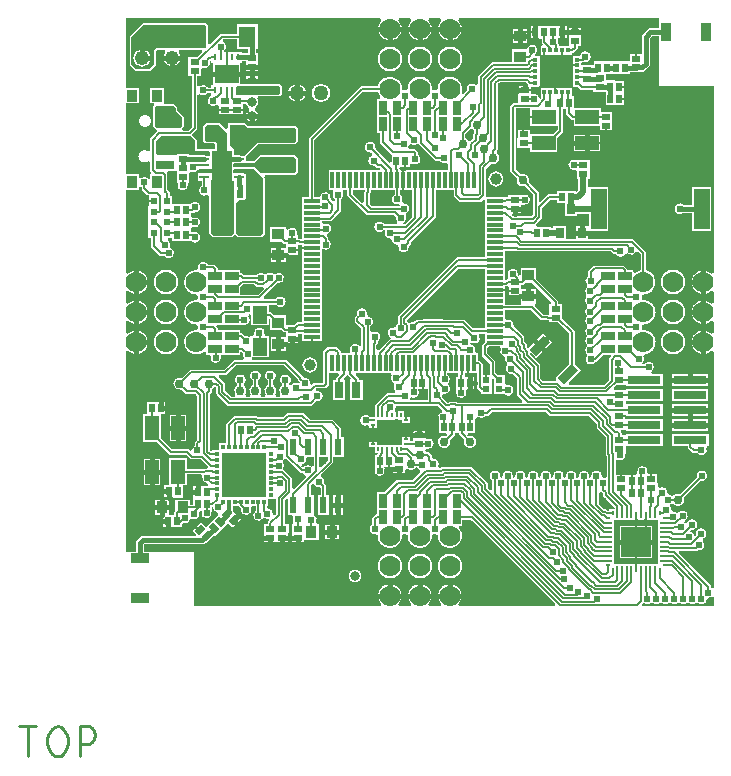
<source format=gtl>
G04 ================== begin FILE IDENTIFICATION RECORD ==================*
G04 Layout Name:  E:/git/clay/Circuit/R6/allegro/CLAYR6.brd*
G04 Film Name:    TOP*
G04 File Format:  Gerber RS274X*
G04 File Origin:  Cadence Allegro 16.6-P004*
G04 Origin Date:  Sun Dec 13 23:06:28 2015*
G04 *
G04 Layer:  ETCH/TOP*
G04 Layer:  PIN/TOP*
G04 Layer:  VIA CLASS/TOP*
G04 *
G04 Offset:    (0.00 0.00)*
G04 Mirror:    No*
G04 Mode:      Positive*
G04 Rotation:  0*
G04 FullContactRelief:  No*
G04 UndefLineWidth:     0.00*
G04 ================== end FILE IDENTIFICATION RECORD ====================*
%FSLAX25Y25*MOIN*%
%IR0*IPPOS*OFA0.00000B0.00000*MIA0B0*SFA1.00000B1.00000*%
%ADD57R,.11X.03*%
%AMMACRO20*
21,1,.02,.03,0.0,0.0,135.*%
%ADD20MACRO20*%
%ADD34R,.106X.04*%
%ADD53R,.052X.134*%
%ADD52R,.02X.009*%
%AMMACRO48*
21,1,.031,.066,0.0,0.0,135.*%
%ADD48MACRO48*%
%ADD56R,.009X.02*%
%ADD22C,.03*%
%ADD46R,.015X.008*%
%ADD41C,.05*%
%ADD35C,.032*%
%ADD51R,.015X.009*%
%ADD45R,.008X.015*%
%ADD11C,.024*%
%ADD55R,.009X.015*%
%ADD15C,.07*%
%AMMACRO24*
4,1,20,.03248,-.04724,
.03248,.04724,
.01535,.04724,
.01535,.0748,
.00433,.0748,
.00433,.04724,
-.00433,.04724,
-.00433,.0748,
-.01535,.0748,
-.01535,.04734,
-.03248,.04734,
-.03248,-.04734,
-.01535,-.04734,
-.01535,-.0748,
-.00433,-.0748,
-.00433,-.04724,
.00433,-.04724,
.00433,-.0748,
.01535,-.0748,
.01535,-.04724,
.03248,-.04724,
0.0*
%
%ADD24MACRO24*%
%ADD19C,.048*%
%ADD39C,.03937*%
%ADD26R,.03X.02*%
%AMMACRO21*
21,1,.02,.03,0.0,0.0,45.*%
%ADD21MACRO21*%
%ADD14R,.02X.03*%
%ADD28R,.01X.024*%
%ADD47R,.024X.02*%
%ADD25R,.033X.011*%
%ADD17R,.032X.04*%
%ADD32R,.018X.012*%
%ADD49R,.031X.035*%
%ADD40R,.055X.012*%
%ADD31R,.012X.018*%
%ADD27R,.04X.044*%
%ADD16R,.024X.024*%
%ADD43R,.012X.055*%
%ADD42R,.03X.055*%
%ADD10R,.063X.032*%
%ADD58R,.032X.063*%
%ADD38R,.04X.038*%
%ADD37R,.022X.055*%
%ADD23R,.045X.025*%
%ADD18R,.06X.028*%
%ADD12R,.038X.04*%
%ADD54R,.1X.1*%
%ADD44R,.025X.045*%
%ADD33R,.047X.06*%
%ADD29R,.057X.07*%
%ADD36R,.079X.063*%
%ADD50R,.079X.048*%
%ADD30R,.148X.148*%
%ADD13R,.048X.079*%
%ADD59C,.01*%
%ADD60C,.02*%
%ADD61C,.014*%
%ADD62C,.015*%
%ADD63C,.016*%
%ADD64C,.0152*%
%ADD65C,.006*%
%ADD78R,.12002X.04004*%
%ADD77R,.12202X.04204*%
%ADD80C,.0514*%
%ADD74C,.06004*%
%ADD71C,.04204*%
%ADD73C,.06204*%
%ADD66C,.04404*%
%ADD69C,.08204*%
%ADD79C,.05804*%
%ADD81R,.11004X.11004*%
%ADD68R,.03204X.06504*%
%ADD75R,.05004X.04804*%
%ADD67R,.04804X.05004*%
%ADD76R,.08902X.05802*%
%ADD72R,.05802X.08902*%
%ADD70R,.05802X.08904*%
G75*
%LPD*%
G75*
G36*
G01X-75398Y-97999D02*
Y-79798D01*
X-92038D01*
Y-77504D01*
X-92036Y-77502D01*
Y-77482D01*
X-91856Y-77302D01*
X-71890D01*
X-71580Y-76992D01*
X-71411Y-77161D01*
X-68550Y-74301D01*
X-68289Y-74561D01*
X-63979Y-70251D01*
X-62411Y-71820D01*
X-59580Y-68989D01*
X-61595Y-66974D01*
X-61525Y-66903D01*
X-62298Y-66130D01*
Y-64662D01*
X-60390D01*
X-59660Y-65392D01*
X-59682Y-65497D01*
G03X-56238Y-65207I1765J-363D01*
G02X-55865Y-64662I373J145D01*
G01X-54672D01*
Y-66210D01*
G03X-52268Y-68766I902J-1560D01*
G02X-51729Y-68644I333J-221D01*
G03X-50644Y-68895I929J1544D01*
G02X-50326Y-69577I35J-399D01*
G01X-50702Y-69952D01*
Y-70524D01*
X-51902D01*
Y-73726D01*
X-51802D01*
Y-76576D01*
X-43798D01*
Y-73726D01*
X-43698D01*
Y-70524D01*
X-44898D01*
Y-62621D01*
X-44484Y-62207D01*
G02X-43801Y-62490I283J-283D01*
G01Y-67552D01*
X-42536D01*
G02X-42185Y-68142I0J-400D01*
G03X-42150Y-69919I1585J-858D01*
G02X-42494Y-70524I-344J-205D01*
G01X-42702D01*
Y-73726D01*
X-42602D01*
Y-76576D01*
X-38598D01*
Y-75902D01*
X-33598D01*
Y-70698D01*
X-34253D01*
G02X-34588Y-70081I0J400D01*
G03X-35398Y-67440I-1512J981D01*
G01Y-60848D01*
X-36198D01*
Y-57473D01*
X-35864Y-57138D01*
G02X-35215Y-57260I283J-283D01*
G03X-33431Y-58332I1650J725D01*
G02X-33002Y-58731I29J-399D01*
G01Y-60848D01*
X-33802D01*
Y-67552D01*
X-30398D01*
Y-60848D01*
X-31198D01*
Y-57627D01*
X-31822Y-57003D01*
X-31800Y-56898D01*
G03X-32840Y-54885I-1765J363D01*
G02X-32962Y-54236I161J366D01*
G01X-28848Y-50123D01*
Y-48152D01*
X-25398D01*
Y-41448D01*
X-26198D01*
Y-38525D01*
X-28925Y-35798D01*
X-36613D01*
X-38763Y-33648D01*
X-44237D01*
X-45635Y-35046D01*
X-53781D01*
X-54231Y-34596D01*
X-61917D01*
X-64522Y-37201D01*
Y-43538D01*
X-66792D01*
Y-45998D01*
X-69262D01*
Y-46298D01*
X-69627D01*
X-69898Y-46027D01*
Y-27173D01*
X-69198Y-26473D01*
Y-25699D01*
G03X-68314Y-24908I-903J1898D01*
G01X-68302Y-24889D01*
X-68144Y-24731D01*
X-67902Y-24973D01*
Y-27273D01*
X-64073Y-31102D01*
X-36029D01*
X-34569Y-29642D01*
X-34464Y-29664D01*
G03X-34352Y-26115I363J1765D01*
G02X-34691Y-25436I-56J396D01*
G01X-34557Y-25302D01*
X-31427D01*
X-30398Y-24273D01*
Y-20364D01*
X-27228D01*
G02X-26945Y-21047I0J-400D01*
G01X-27802Y-21904D01*
Y-22648D01*
X-29002D01*
Y-29352D01*
X-24798D01*
Y-22648D01*
X-25031D01*
G02X-25314Y-21966I0J400D01*
G01X-24162Y-20813D01*
X-23009Y-21966D01*
G02X-23202Y-22638I-283J-282D01*
G01Y-29352D01*
X-18998D01*
Y-22648D01*
X-20198D01*
Y-22227D01*
X-21378Y-21047D01*
G02X-21095Y-20364I283J283D01*
G01X-9687D01*
G02X-9356Y-20988I0J-400D01*
G03X-8753Y-23566I1492J-1011D01*
G02X-8590Y-24086I-198J-348D01*
G03X-8168Y-26201I1627J-775D01*
G02X-8435Y-26898I-267J-297D01*
G01X-11041D01*
X-14938Y-30796D01*
Y-33029D01*
X-15039D01*
Y-34962D01*
X-16596D01*
G03X-17416Y-37679I-1473J-1038D01*
G02X-16871Y-38052I145J-373D01*
G01Y-44739D01*
X-15039D01*
Y-46771D01*
X-13991D01*
G02X-13849Y-47112I0J-200D01*
G01X-14235Y-47498D01*
X-14976D01*
Y-51927D01*
G03X-11756Y-52062I1576J-873D01*
G01X-11774Y-52023D01*
Y-51602D01*
X-8902D01*
Y-53576D01*
X-4898D01*
Y-52525D01*
G02X-4243Y-52217I400J0D01*
G03X-1166Y-51788I1343J1617D01*
G01X-1107Y-51702D01*
X-835D01*
G03X107Y-52667I1667J685D01*
G02X229Y-53316I-161J-366D01*
G01X-2454Y-55998D01*
X-7773D01*
X-11673Y-59898D01*
X-14102D01*
Y-67348D01*
X-14673D01*
X-15902Y-68577D01*
Y-70640D01*
G03X-14590Y-73955I902J-1560D01*
G02X-14100Y-74358I91J-389D01*
G03X-5900I4100J-142D01*
G02X-5410Y-73955I399J14D01*
G03X-4590I410J1755D01*
G02X-4100Y-74358I91J-389D01*
G03X4100I4100J-142D01*
G02X4590Y-73955I399J14D01*
G03X5410I410J1755D01*
G02X5900Y-74358I91J-389D01*
G03X13060Y-71768I4100J-142D01*
G02X13359Y-71102I299J266D01*
G01X14102D01*
Y-69152D01*
X17079D01*
X45243Y-97316D01*
G02X44960Y-97999I-283J-283D01*
G01X13126D01*
G02X12842Y-97317I0J400D01*
G03X7158I-2842J2817D01*
G02X6874Y-97999I-284J-282D01*
G01X3126D01*
G02X2842Y-97317I0J400D01*
G03X-2842I-2842J2817D01*
G02X-3126Y-97999I-284J-282D01*
G01X-6874D01*
G02X-7158Y-97317I0J400D01*
G03X-12842I-2842J2817D01*
G02X-13126Y-97999I-284J-282D01*
G01X-75398D01*
G37*
G36*
G01X97999Y-91700D02*
G02X97345Y-92009I-400J0D01*
G03X97100Y-91840I-1142J-1394D01*
G01Y-91027D01*
X86273Y-80199D01*
G02X86556Y-79516I283J283D01*
G01X92458D01*
X92672Y-79303D01*
X92772Y-79318D01*
G03X94218Y-76176I263J1783D01*
G02X94354Y-75495I263J302D01*
G03X92020Y-74148I-569J1710D01*
G01X92042Y-74253D01*
X91742Y-74554D01*
X91563Y-74375D01*
X91549Y-74325D01*
G03X90167Y-73048I-1734J-490D01*
G01X90108Y-73036D01*
X89923Y-72852D01*
X90282Y-72493D01*
X90387Y-72515D01*
G03X89040Y-70181I363J1765D01*
G02X88359Y-70317I-379J127D01*
G03X88179Y-70137I-1361J-1181D01*
G02X88288Y-69465I262J302D01*
G03X86142Y-66741I-688J1665D01*
G02X85543Y-66795I-323J236D01*
G03X84302Y-66298I-1243J-1305D01*
G02X83902Y-65898I0J400D01*
G03X83419Y-64673I-1802J-3D01*
G02X83510Y-64055I293J273D01*
G03X83821Y-63825I-910J1555D01*
G02X84397Y-63860I271J-294D01*
G03X88016Y-61906I1603J1360D01*
G01X87983Y-61792D01*
X93532Y-56243D01*
X93637Y-56265D01*
G03X92235Y-54863I363J1765D01*
G01X92257Y-54968D01*
X86708Y-60517D01*
X86594Y-60484D01*
G03X84397Y-61140I-594J-2016D01*
G02X83821Y-61175I-305J259D01*
G03X82919Y-60726I-1222J-1324D01*
G02X82592Y-60290I71J394D01*
G03X79901Y-58538I-1792J190D01*
G02X79302Y-58192I-199J347D01*
G01Y-56874D01*
X79202D01*
Y-54024D01*
X76303D01*
G02X75919Y-53510I0J400D01*
G03X72482Y-53572I-1728J510D01*
G02X72103Y-54098I-379J-126D01*
G01X71974D01*
Y-54198D01*
X69124D01*
Y-54224D01*
X65258D01*
Y-49541D01*
G02X65856Y-49193I400J0D01*
G03X68519Y-47312I888J1568D01*
G01X68516Y-47294D01*
Y-47077D01*
X68602D01*
Y-44602D01*
X80924D01*
Y-40398D01*
X68722D01*
Y-40923D01*
X67402D01*
Y-40153D01*
X67008Y-39759D01*
G02X67291Y-39076I283J283D01*
G01X68722D01*
Y-39602D01*
X80924D01*
Y-35398D01*
X68502D01*
Y-34602D01*
X80924D01*
Y-30398D01*
X68602D01*
Y-29602D01*
X80924D01*
Y-25398D01*
X68722D01*
Y-25923D01*
X64793D01*
G02X64510Y-25240I0J400D01*
G01X65673Y-24077D01*
X68722D01*
Y-24602D01*
X80924D01*
Y-20398D01*
X77570D01*
G02X77340Y-19672I1J400D01*
G03X74740Y-17298I-1040J1472D01*
G01X74128D01*
Y-17009D01*
X74195Y-16949D01*
G03X74554Y-14687I-1195J1349D01*
G02X74863Y-14086I345J203D01*
G03X74358Y-5900I-363J4086D01*
G02X73955Y-5410I-14J399D01*
G03Y-4590I-1755J410D01*
G02X74358Y-4100I389J91D01*
G03Y4100I142J4100D01*
G02X73955Y4590I-14J399D01*
G03Y5410I-1755J410D01*
G02X74358Y5900I389J91D01*
G03X75550Y13965I142J4100D01*
G01X75402Y14005D01*
Y20227D01*
X71127Y24502D01*
X56152D01*
Y27198D01*
X62876D01*
Y41802D01*
X56102D01*
Y44523D01*
X56602D01*
Y50677D01*
X52172D01*
G03X51871Y47391I-872J-1577D01*
G02X52398Y47012I127J-379D01*
G01Y44523D01*
X52898D01*
Y40688D01*
X52318Y40108D01*
G02X51977Y40250I-141J142D01*
G01Y40502D01*
X45823D01*
Y39302D01*
X42827D01*
X40284Y36759D01*
G02X39602Y37042I-282J283D01*
G01Y39973D01*
X36283Y43292D01*
X36316Y43406D01*
G03X33706Y46016I-2016J594D01*
G01X33592Y45983D01*
X32002Y47573D01*
Y67927D01*
X32073Y67998D01*
X36814D01*
Y62180D01*
X45924D01*
Y60801D01*
X44543Y59420D01*
X36602D01*
Y60876D01*
X32598D01*
Y58026D01*
X32498D01*
Y54824D01*
X36714D01*
Y53418D01*
X45818D01*
Y58146D01*
X47726Y60055D01*
Y67798D01*
X48874D01*
Y66016D01*
X50710Y64180D01*
X51282D01*
Y62080D01*
X59998D01*
Y60624D01*
X64002D01*
Y63474D01*
X64102D01*
Y66676D01*
X60384D01*
Y68082D01*
X51377D01*
Y72002D01*
X50636D01*
Y74812D01*
X46264D01*
Y74712D01*
X44730D01*
Y74812D01*
X40358D01*
Y71808D01*
X40410D01*
G02X40552Y71467I0J-200D01*
G01X40168Y71083D01*
X39983Y71268D01*
X39972Y71329D01*
G03X37462Y72644I-1772J-329D01*
G01X37423Y72626D01*
X37002D01*
Y75164D01*
X40012D01*
Y85442D01*
X38400D01*
G02X38258Y85783I0J200D01*
G01X38433Y85958D01*
X38453Y85970D01*
G03X35735Y87861I-953J1530D01*
G01X35702Y87702D01*
X30898D01*
Y83302D01*
X23931D01*
X19398Y78769D01*
Y76113D01*
G02X18726Y75820I-400J0D01*
G03X15735Y74137I-1226J-1320D01*
G01X15757Y74032D01*
X14571Y72846D01*
G02X13907Y73250I-283J283D01*
G03X5900Y74358I-3907J1249D01*
G02X5410Y73955I-399J-14D01*
G03X4590I-410J-1755D01*
G02X4100Y74358I-91J389D01*
G03X-4100I-4100J142D01*
G02X-4590Y73955I-399J-14D01*
G03X-5410I-410J-1755D01*
G02X-5900Y74358I-91J389D01*
G03X-13965Y75550I-4100J142D01*
G01X-14005Y75402D01*
X-19573D01*
X-36914Y58061D01*
Y38324D01*
X-39364D01*
Y24497D01*
G02X-39705Y24355I-200J0D01*
G01X-39927Y24576D01*
X-40498D01*
Y25276D01*
X-40512D01*
G02X-40891Y25803I0J400D01*
G03X-43908Y27614I-1709J572D01*
G02X-44598Y27889I-290J275D01*
G01Y28602D01*
X-49802D01*
Y23598D01*
X-45973D01*
X-45148Y22774D01*
X-44702D01*
Y22074D01*
X-44602D01*
Y21502D01*
X-49702D01*
Y16698D01*
X-44698D01*
Y19224D01*
X-40598D01*
Y22074D01*
X-40498D01*
Y22440D01*
X-39364D01*
Y22140D01*
X-39264D01*
Y20608D01*
X-39364D01*
Y-3314D01*
X-40864D01*
X-41773Y-4224D01*
X-44598D01*
Y-998D01*
X-48527D01*
X-49677Y152D01*
X-50248D01*
Y2598D01*
X-48060D01*
G03Y4402I1560J902D01*
G01X-51858D01*
G02X-52141Y5084I0J400D01*
G01X-47468Y9757D01*
X-47363Y9735D01*
G03X-48228Y12819I363J1765D01*
G02X-48772I-272J293D01*
G03X-51245Y12803I-1228J-1319D01*
G02X-51790Y12796I-276J289D01*
G03X-54560Y12362I-1210J-1335D01*
G01X-58538D01*
X-59327Y13152D01*
X-59898D01*
Y14102D01*
X-67348D01*
Y14673D01*
X-68577Y15902D01*
X-70640D01*
G03X-73955Y14590I-1560J-902D01*
G02X-74358Y14100I-389J-91D01*
G03Y5900I-142J-4100D01*
G02X-73955Y5410I14J-399D01*
G03Y4590I1755J-410D01*
G02X-74358Y4100I-389J-91D01*
G03Y-4100I-142J-4100D01*
G02X-73955Y-4590I14J-399D01*
G03Y-5410I1755J-410D01*
G02X-74358Y-5900I-389J-91D01*
G03X-71768Y-13060I-142J-4100D01*
G02X-71102Y-13359I266J-299D01*
G01Y-14102D01*
X-70088D01*
G02X-69709Y-14629I0J-400D01*
G03X-66291I1709J-571D01*
G02X-65912Y-14102I379J127D01*
G01X-59898D01*
Y-13152D01*
X-59473D01*
X-59093Y-13532D01*
X-59115Y-13637D01*
G03X-58670Y-15226I1765J-363D01*
G02X-58963Y-15898I-293J-272D01*
G01X-61973D01*
X-65173Y-19098D01*
X-76673D01*
X-79392Y-21817D01*
X-79506Y-21784D01*
G03Y-25816I-594J-2016D01*
G01X-79392Y-25783D01*
X-78073Y-27102D01*
X-74973D01*
X-74102Y-27973D01*
Y-42427D01*
X-75002Y-43327D01*
Y-44340D01*
G03X-75902Y-45866I902J-1560D01*
G02X-76584Y-46141I-400J8D01*
G01X-77127Y-45598D01*
X-82575D01*
X-86330Y-41844D01*
Y-34002D01*
X-84874D01*
Y-29998D01*
X-87724D01*
Y-29898D01*
X-90926D01*
Y-34016D01*
X-92332D01*
Y-43118D01*
X-87604D01*
X-83321Y-47402D01*
X-77873D01*
X-76273Y-49002D01*
X-72973D01*
X-70579Y-51396D01*
G02X-70862Y-52078I-283J-282D01*
G01X-72063D01*
X-72193Y-52208D01*
X-77668D01*
Y-48582D01*
X-83670D01*
Y-57698D01*
X-85126D01*
Y-61702D01*
X-82276D01*
Y-61802D01*
X-79074D01*
Y-57686D01*
X-77668D01*
Y-54036D01*
X-77096D01*
X-77072Y-54012D01*
X-72918D01*
G02X-72537Y-54533I0J-400D01*
G03X-70871Y-56881I1717J-547D01*
G01X-70791Y-56884D01*
X-70459Y-57216D01*
G02X-70742Y-57898I-283J-282D01*
G01X-72626D01*
Y-57998D01*
X-75476D01*
Y-61898D01*
X-75577D01*
Y-64098D01*
X-76498D01*
Y-62398D01*
X-81502D01*
Y-66227D01*
X-81926Y-66652D01*
Y-67398D01*
X-82626D01*
Y-67498D01*
X-83598D01*
Y-62498D01*
X-88402D01*
Y-67502D01*
X-85476D01*
Y-71502D01*
X-82626D01*
Y-71602D01*
X-79424D01*
Y-70798D01*
X-79000Y-70375D01*
X-78884Y-70413D01*
G03X-76563Y-69078I559J1713D01*
G02X-75995Y-68803I391J-84D01*
G03X-73487Y-66626I795J1617D01*
G02X-73107Y-66102I380J124D01*
G01X-72710D01*
Y-66337D01*
X-72722Y-66369D01*
G03X-69423Y-66150I1697J-606D01*
G01Y-64902D01*
X-68909D01*
X-68900Y-65091D01*
G03X-67359Y-66783I1800J91D01*
G02X-67134Y-67462I-58J-396D01*
G01X-71221Y-71549D01*
X-72789Y-69980D01*
X-75620Y-72811D01*
X-74535Y-73896D01*
G02X-74818Y-74578I-283J-282D01*
G01X-92984D01*
X-94760Y-76354D01*
Y-76374D01*
X-94762Y-76376D01*
Y-79798D01*
X-97999D01*
Y-13126D01*
G02X-97317Y-12842I400J0D01*
G03Y-7158I2817J2842D01*
G02X-97999Y-6874I-282J284D01*
G01Y-3126D01*
G02X-97317Y-2842I400J0D01*
G03Y2842I2817J2842D01*
G02X-97999Y3126I-282J284D01*
G01Y6874D01*
G02X-97317Y7158I400J0D01*
G03Y12842I2817J2842D01*
G02X-97999Y13126I-282J284D01*
G01Y40928D01*
X-93632D01*
Y41628D01*
G02X-92972Y41931I400J0D01*
G03X-92702Y41740I1171J1369D01*
G01Y40927D01*
X-90773Y38998D01*
X-90402D01*
Y35302D01*
X-90502D01*
Y24698D01*
X-89602D01*
Y21827D01*
X-86573Y18798D01*
X-85260D01*
G03X-83066Y21387I1560J902D01*
G02X-83302Y21895I141J374D01*
G03X-83960Y23972I-1698J605D01*
G02X-83730Y24698I231J326D01*
G01X-82577D01*
Y23798D01*
X-76343D01*
G03X-75363Y26765I1343J1202D01*
G01X-75468Y26743D01*
X-75527Y26802D01*
X-76423D01*
Y28050D01*
G02X-75837Y28404I400J0D01*
G03Y31596I837J1596D01*
G02X-76423Y31950I-186J354D01*
G01Y33198D01*
X-75527D01*
X-75468Y33257D01*
X-75363Y33235D01*
G03X-76343Y36202I363J1765D01*
G01X-82498D01*
Y38802D01*
X-83398D01*
Y39973D01*
X-84164Y40739D01*
Y46276D01*
X-84246Y46358D01*
G02X-83963Y47041I283J283D01*
G01X-81052D01*
Y43422D01*
G02X-80702Y42892I-28J-399D01*
G03X-77298I1702J-592D01*
G02X-76920Y43423I378J131D01*
G01X-76848D01*
Y46368D01*
G02X-76294Y46737I400J0D01*
G03X-74584Y46912I694J1663D01*
G02X-73958Y46581I226J-330D01*
G01Y46214D01*
X-74058D01*
Y43912D01*
X-72708D01*
Y42167D01*
G03X-70902Y39049I901J-1560D01*
G02X-70302Y38703I200J-346D01*
G01Y26351D01*
X-68949Y24998D01*
X-62751D01*
X-61700Y26049D01*
X-60649Y24998D01*
X-52751D01*
X-51498Y26251D01*
Y44749D01*
X-51765Y45016D01*
G02X-51482Y45698I283J282D01*
G01X-41651D01*
X-40598Y46751D01*
Y51249D01*
X-41651Y52302D01*
X-53349D01*
X-55249Y50402D01*
X-57941D01*
Y51908D01*
X-53851Y55998D01*
X-41451D01*
X-40698Y56751D01*
Y61349D01*
X-41451Y62102D01*
X-57151D01*
X-58251Y63202D01*
X-64002D01*
Y61318D01*
G02X-64684Y61035I-400J0D01*
G01X-66851Y63202D01*
X-71149D01*
X-72302Y62049D01*
Y57151D01*
X-71449Y56298D01*
X-68549D01*
X-68302Y56051D01*
Y54336D01*
X-69785D01*
X-69851Y54402D01*
X-74298D01*
Y57549D01*
X-75937Y59188D01*
X-74098Y61027D01*
Y72386D01*
G02X-73424Y72677I400J0D01*
G03X-70628Y73086I1236J1311D01*
G01X-69437D01*
Y72225D01*
X-69563Y72175D01*
G03X-67674Y69180I662J-1676D01*
G02X-67002Y68887I272J-293D01*
G01Y68874D01*
X-66902D01*
Y66024D01*
X-58898D01*
Y68874D01*
X-58798D01*
Y69574D01*
X-58066D01*
X-58026Y69426D01*
G03X-56919Y68048I2126J574D01*
G02X-56911Y67343I-185J-355D01*
G03X-54889I1011J-1843D01*
G02X-54881Y68048I193J350D01*
G03X-54163Y71353I-1019J1952D01*
G02X-53847Y71998I316J245D01*
G01X-46751D01*
X-45898Y72851D01*
Y75249D01*
X-46751Y76102D01*
X-53898D01*
Y78676D01*
X-57902D01*
Y76102D01*
X-59948D01*
Y83210D01*
X-59361D01*
Y83660D01*
X-58002D01*
Y83174D01*
X-57902D01*
Y80324D01*
X-53898D01*
Y83174D01*
X-53798D01*
Y86376D01*
X-54548D01*
Y87798D01*
X-54048D01*
Y96002D01*
X-60952D01*
Y92802D01*
X-66448D01*
X-69916Y89334D01*
G02X-70599Y89617I-283J283D01*
G01Y95749D01*
X-71351Y96502D01*
X-92349D01*
X-96702Y92149D01*
Y82451D01*
X-94849Y80598D01*
X-89951D01*
X-87998Y82551D01*
Y87151D01*
X-87651Y87498D01*
X-85064D01*
G02X-84765Y86832I0J-400D01*
G03X-80435I2165J-1932D01*
G02X-80136Y87498I299J266D01*
G01X-72717D01*
G02X-72434Y86816I0J-400D01*
G01X-74173Y85077D01*
X-77102D01*
Y78923D01*
X-75902D01*
Y61773D01*
X-77073Y60601D01*
X-78982D01*
G02X-79265Y61284I0J400D01*
G01X-78598Y61951D01*
Y65049D01*
X-80778Y67229D01*
Y68229D01*
X-81851Y69302D01*
X-85364D01*
Y74872D01*
X-89768D01*
Y69668D01*
X-88748D01*
G02X-88465Y68986I0J-400D01*
G01X-89002Y68449D01*
Y61951D01*
X-87949Y60899D01*
X-87815D01*
G02X-87532Y60216I0J-400D01*
G01X-89802Y57946D01*
Y53998D01*
G02X-90441Y53677I-400J-1D01*
G03Y50311I-1259J-1683D01*
G02X-89802Y49990I239J-320D01*
G01Y47086D01*
X-89530Y46814D01*
G02X-89768Y46134I-283J-283D01*
G01Y44778D01*
G02X-90464Y44509I-400J0D01*
G03X-92972Y44669I-1336J-1209D01*
G02X-93632Y44972I-260J303D01*
G01Y46132D01*
X-97999D01*
Y69668D01*
X-93632D01*
Y74872D01*
X-97999D01*
Y97999D01*
X-13126D01*
G02X-12842Y97317I0J-400D01*
G03X-7158I2842J-2817D01*
G02X-6874Y97999I284J282D01*
G01X-3126D01*
G02X-2842Y97317I0J-400D01*
G03X2842I2842J-2817D01*
G02X3126Y97999I284J282D01*
G01X6874D01*
G02X7158Y97317I0J-400D01*
G03X12842I2842J-2817D01*
G02X13126Y97999I284J282D01*
G01X79798D01*
Y94762D01*
X76256D01*
X73938Y92444D01*
Y86076D01*
X69998D01*
Y83702D01*
X57923D01*
Y82477D01*
X53892D01*
Y83038D01*
X53992D01*
Y83338D01*
X54613D01*
X54732Y83457D01*
X54837Y83435D01*
G03X53442Y85597I363J1765D01*
G01X53407Y85442D01*
X50988D01*
Y83038D01*
X51088D01*
Y81505D01*
X50988D01*
Y75164D01*
X52717D01*
X53758Y74124D01*
X57898D01*
Y73423D01*
X61924D01*
Y69098D01*
X65126D01*
Y69198D01*
X67976D01*
Y77202D01*
X65126D01*
Y77302D01*
X62102D01*
Y79498D01*
X70077D01*
Y80024D01*
X74102D01*
Y80264D01*
X74624D01*
X76662Y82301D01*
Y91316D01*
X77384Y92038D01*
X79798D01*
Y75398D01*
X97999D01*
Y13126D01*
G02X97317Y12842I-400J0D01*
G03Y7158I-2817J-2842D01*
G02X97999Y6874I282J-284D01*
G01Y3126D01*
G02X97317Y2842I-400J0D01*
G03Y-2842I-2817J-2842D01*
G02X97999Y-3126I282J-284D01*
G01Y-6874D01*
G02X97317Y-7158I-400J0D01*
G03Y-12842I-2817J-2842D01*
G02X97999Y-13126I282J-284D01*
G01Y-91700D01*
G37*
G36*
G01X-71099Y52120D02*
G03X-71807Y52320I-708J-1153D01*
G01X-73920D01*
X-74100Y52500D01*
X-76848D01*
Y52626D01*
X-81052D01*
Y52500D01*
X-87500D01*
X-87998Y52998D01*
Y57200D01*
X-86400Y58798D01*
X-76398D01*
X-74900Y57300D01*
Y55881D01*
G03Y55719I1800J-81D01*
G01Y53900D01*
X-74800Y53800D01*
X-70100D01*
X-69850Y53550D01*
Y52350D01*
X-70080Y52120D01*
X-71099D01*
G37*
G36*
G01X-82100Y68700D02*
X-81380Y67980D01*
Y66980D01*
X-79200Y64800D01*
Y62200D01*
X-79900Y61500D01*
X-87700D01*
X-88400Y62200D01*
Y68200D01*
X-87900Y68700D01*
X-82100D01*
G37*
G36*
G01X-96100Y91900D02*
X-92100Y95900D01*
X-71600D01*
X-71200Y95500D01*
Y88500D01*
X-71600Y88100D01*
X-87900D01*
X-88600Y87400D01*
Y82800D01*
X-90200Y81200D01*
X-94600D01*
X-96100Y82700D01*
Y91900D01*
G37*
G36*
G01X-68700Y25600D02*
X-69700Y26600D01*
Y43900D01*
X-69688Y43912D01*
X-69556D01*
Y44044D01*
X-68883Y44717D01*
X-67700Y44714D01*
Y56300D01*
X-68300Y56900D01*
X-71200D01*
X-71700Y57400D01*
Y61800D01*
X-70900Y62600D01*
X-67100D01*
X-64300Y59800D01*
Y44705D01*
X-63000Y44701D01*
X-62701D01*
X-62444Y44444D01*
Y43912D01*
X-61998D01*
Y42602D01*
X-62000Y42587D01*
Y36351D01*
X-62002Y36349D01*
Y26598D01*
X-63000Y25600D01*
X-68700D01*
G37*
G36*
G01X-69200Y45200D02*
Y45730D01*
X-68006D01*
Y48334D01*
X-69200D01*
Y49400D01*
X-67500Y51100D01*
X-64500D01*
X-63400Y50000D01*
Y47500D01*
X-65700Y45200D01*
X-69200D01*
G37*
G36*
G01X-73807Y46332D02*
X-68607D01*
Y47732D01*
X-73419D01*
X-73668D01*
X-75005Y46395D01*
Y46138D01*
X-75007Y46136D01*
Y45832D01*
X-74307D01*
X-73807Y46332D01*
G37*
G36*
G01X-74059Y47277D02*
Y44800D01*
X-75800D01*
Y46355D01*
X-75045D01*
X-74123Y47277D01*
X-74059D01*
G37*
G36*
G01X-72898Y81148D02*
G02X-72353Y81521I400J0D01*
G03X-69920Y83482I653J1679D01*
G01X-69923Y83498D01*
Y83692D01*
X-69909Y83706D01*
X-69656D01*
X-69648Y83714D01*
X-69437D01*
Y83210D01*
X-68852D01*
Y75790D01*
X-69437D01*
Y74890D01*
X-70628D01*
G03X-73424Y75299I-1560J-902D01*
G02X-74098Y75590I-274J291D01*
G01Y78923D01*
X-72898D01*
Y81148D01*
G37*
G36*
G01X-40686Y-22488D02*
X-40043Y-23132D01*
X-40065Y-23237D01*
G03X-40096Y-23448I1764J-367D01*
G02X-40405Y-23597I-199J18D01*
G03X-42991Y-24253I-995J-1503D01*
G02X-43577Y-24391I-353J187D01*
G03X-43727Y-24293I-1223J-1709D01*
G02X-43742Y-23959I102J172D01*
G03X-46035Y-23813I-1058J1459D01*
G02X-46067Y-24423I-274J-291D01*
G03X-46417Y-27443I1267J-1677D01*
G02X-46725Y-28098I-308J-255D01*
G01X-47875D01*
G02X-48183Y-27443I0J400D01*
G03X-48900Y-24200I-1617J1343D01*
G01Y-22758D01*
G03X-50704I-902J1560D01*
G01Y-24202D01*
G03X-51417Y-27443I904J-1898D01*
G02X-51725Y-28098I-308J-255D01*
G01X-52875D01*
G02X-53183Y-27443I0J400D01*
G03X-53898Y-24201I-1617J1343D01*
G01Y-22760D01*
G03X-55702I-902J1560D01*
G01Y-24201D01*
G03X-56417Y-27443I902J-1899D01*
G02X-56725Y-28098I-308J-255D01*
G01X-57875D01*
G02X-58183Y-27443I0J400D01*
G03X-58533Y-24423I-1617J1343D01*
G02X-58565Y-23813I242J319D01*
G03X-61035I-1235J1313D01*
G02X-61067Y-24423I-274J-291D01*
G03X-61417Y-27443I1267J-1677D01*
G02X-61725Y-28098I-308J-255D01*
G01X-62829D01*
X-64898Y-26029D01*
Y-23729D01*
X-67043Y-21584D01*
G02X-66760Y-20902I283J282D01*
G01X-64427D01*
X-61227Y-17702D01*
X-45171D01*
X-40686Y-22186D01*
Y-22488D01*
G37*
G36*
G01X-35819Y-24014D02*
G02X-36501Y-23708I-283J283D01*
G03X-38450Y-21804I-1799J108D01*
G02X-38882Y-21441I-34J398D01*
G01X-44425Y-15898D01*
X-55737D01*
G02X-56030Y-15226I0J400D01*
G03X-55887Y-15052I-1318J1229D01*
G01X-50248D01*
Y-7848D01*
X-51412D01*
G02X-51791Y-7322I0J400D01*
G03X-55209I-1709J572D01*
G02X-55588Y-7848I-379J-126D01*
G01X-56152D01*
G02X-56815Y-8143I-400J6D01*
G03X-58363Y-7735I-1185J-1357D01*
G01X-58468Y-7757D01*
X-59377Y-6848D01*
X-59898D01*
Y-5898D01*
X-67348D01*
Y-5327D01*
X-67890Y-4785D01*
G02X-67607Y-4102I283J283D01*
G01X-59325D01*
G03X-57116Y-1347I824J1602D01*
G02X-56934Y-711I307J256D01*
G03X-56724Y-626I-570J1710D01*
G02X-56152Y-987I172J-361D01*
G01Y-4352D01*
X-50248D01*
Y-2309D01*
G02X-49907Y-2168I200J0D01*
G01X-49802Y-2273D01*
Y-6002D01*
X-46073D01*
X-45373Y-6702D01*
X-44702D01*
Y-7426D01*
X-44602D01*
Y-8098D01*
X-49702D01*
Y-12902D01*
X-44698D01*
Y-10276D01*
X-40598D01*
Y-7426D01*
X-40498D01*
Y-7086D01*
X-39364D01*
Y-7387D01*
X-39264D01*
Y-11224D01*
X-32760D01*
Y-7387D01*
X-32660D01*
Y20608D01*
X-32760D01*
Y21169D01*
X-32497D01*
X-32445Y21132D01*
G03X-30498Y24160I1045J1468D01*
G01Y24973D01*
X-31018Y25492D01*
G02X-30841Y26161I283J283D01*
G03X-32089Y29528I-479J1737D01*
G02X-32660Y29889I-171J361D01*
G01Y30314D01*
X-29711D01*
X-26368Y33658D01*
Y37470D01*
G03X-25774Y40037I-901J1561D01*
G02X-25443Y40660I332J223D01*
G01X-24118D01*
Y38843D01*
X-17673Y32398D01*
X-8573D01*
X-8043Y31868D01*
X-8065Y31763D01*
G03X-7539Y30092I1765J-363D01*
G02X-7814Y29402I-275J-290D01*
G01X-11840D01*
G03X-11895Y27509I-1560J-902D01*
G01X-11836Y27598D01*
X-11635D01*
G02X-11462Y27299I0J-200D01*
G03X-9818Y24600I1562J-899D01*
G02X-9400Y24218I18J-400D01*
G03X-7572Y22498I1800J82D01*
G02X-7172Y22026I7J-400D01*
G03X-3635Y22063I1772J-326D01*
G01X-3657Y22168D01*
X-3084Y22742D01*
Y23442D01*
X5244Y31769D01*
Y40660D01*
X11298D01*
Y38627D01*
X13027Y36898D01*
X20273D01*
X20978Y37603D01*
G02X21660Y37320I282J-283D01*
G01Y35920D01*
X21760D01*
Y34387D01*
X21660D01*
Y18338D01*
X12364D01*
X-7252Y-1278D01*
Y-3682D01*
G03X-8099Y-4803I900J-1561D01*
G02X-8569Y-5097I-388J97D01*
G03X-9834Y-8425I-371J-1763D01*
G01X-9733Y-8482D01*
Y-8798D01*
X-9985D01*
X-13758Y-12571D01*
G02X-14440Y-12288I-282J283D01*
G01Y-11041D01*
X-13972Y-10573D01*
Y-9760D01*
G03X-15863Y-6694I-902J1560D01*
G02X-16482Y-6359I-219J335D01*
G01Y-4700D01*
G03X-17219Y-1371I-940J1538D01*
G02X-17560Y-870I45J397D01*
G03X-21065Y-763I-1740J470D01*
G01X-21043Y-868D01*
X-21686Y-1512D01*
Y-3142D01*
X-19524Y-5305D01*
Y-6033D01*
X-19486Y-6071D01*
Y-10803D01*
G02X-20179Y-11075I-400J0D01*
G03X-23122Y-13086I-1321J-1225D01*
G02X-23482Y-13660I-360J-174D01*
G01X-26252D01*
Y-12973D01*
X-27727Y-11498D01*
X-30673D01*
X-32202Y-13027D01*
Y-23498D01*
X-35303D01*
X-35819Y-24014D01*
G37*
G36*
G01X-51998Y7777D02*
X-53873Y5902D01*
X-59898D01*
Y8327D01*
X-58866Y9360D01*
X-55143D01*
X-54243Y8460D01*
X-52281D01*
G02X-51998Y7777I0J-400D01*
G37*
G36*
G01X-60400Y25600D02*
X-61400Y26600D01*
Y36100D01*
X-60102Y37398D01*
X-58424D01*
Y37576D01*
X-58000Y38000D01*
Y43912D01*
X-57942D01*
Y46214D01*
X-58314D01*
X-58500Y46400D01*
X-59995D01*
X-60009Y46402D01*
G03X-60377I-184J-1339D01*
G01X-60391Y46400D01*
X-62000D01*
X-62100Y46500D01*
Y47600D01*
X-62000Y47700D01*
X-55300D01*
X-52100Y44500D01*
Y26500D01*
X-53000Y25600D01*
X-60400D01*
G37*
G36*
G01X-53049Y46300D02*
X-55051Y48302D01*
X-61902D01*
X-62100Y48500D01*
Y49600D01*
X-62084Y49616D01*
X-60193D01*
G03X-59555Y49776I0J1352D01*
G01X-59511Y49800D01*
X-55000D01*
X-53100Y51700D01*
X-41900D01*
X-41200Y51000D01*
Y47000D01*
X-41900Y46300D01*
X-53049D01*
G37*
G36*
G01X-59636Y52200D02*
X-59673Y52215D01*
G03X-60193Y52320I-522J-1247D01*
G01X-61920D01*
X-62000Y52400D01*
Y54400D01*
X-63400Y55800D01*
Y62600D01*
X-58500D01*
X-57400Y61500D01*
X-41700D01*
X-41300Y61100D01*
Y57000D01*
X-41700Y56600D01*
X-54100D01*
X-58500Y52200D01*
X-59636D01*
G37*
G36*
G01X-47000Y72600D02*
X-60900D01*
X-61100Y72800D01*
Y75200D01*
X-60800Y75500D01*
X-47000D01*
X-46500Y75000D01*
Y73100D01*
X-47000Y72600D01*
G37*
G36*
G01X-65304Y86814D02*
Y87109D01*
X-65230Y87169D01*
G03X-65682Y90234I-1137J1398D01*
G02X-65813Y90887I152J370D01*
G01X-65702Y90998D01*
X-60952D01*
Y87798D01*
X-57252D01*
Y86376D01*
X-58002D01*
Y86364D01*
X-59361D01*
Y86814D01*
X-63533D01*
Y86714D01*
X-65265D01*
Y86814D01*
X-65304D01*
G37*
G36*
G01X-49005Y-67256D02*
G03X-50709Y-65300I-1795J156D01*
G02X-50898Y-65101I11J199D01*
G01Y-64662D01*
X-50598D01*
Y-62192D01*
X-47902D01*
Y-67152D01*
X-48323Y-67574D01*
G02X-49005Y-67256I-283J283D01*
G37*
G36*
G01X-38945Y-53616D02*
G03X-38110Y-54365I1561J900D01*
G02X-37988Y-55014I-161J-366D01*
G01X-41866Y-58891D01*
G02X-42548Y-58608I-282J283D01*
G01Y-55309D01*
X-45615Y-52242D01*
G03X-45610Y-50044I-1425J1102D01*
G02X-45557Y-49501I318J243D01*
G03X-45145Y-48970I-1193J1351D01*
G02X-44506Y-48869I356J-182D01*
G01X-39758Y-53616D01*
X-38945D01*
G37*
G36*
G01X-36089Y-51463D02*
G03X-38723Y-51508I-1296J-1252D01*
G02X-39303Y-51523I-297J268D01*
G01X-39436Y-51389D01*
G02X-39234Y-50715I283J282D01*
G03X-37828Y-48624I-366J1764D01*
G02X-37434Y-48152I393J72D01*
G01X-35402D01*
Y-51185D01*
G02X-36089Y-51463I-400J0D01*
G37*
G36*
G01X-33599Y-51358D02*
Y-48152D01*
X-30652D01*
Y-49377D01*
X-32916Y-51641D01*
G02X-33599Y-51358I-283J283D01*
G37*
G36*
G01X-13152Y56377D02*
X-9377Y52602D01*
Y50117D01*
G02X-10059Y49834I-400J0D01*
G01X-14757Y54532D01*
X-14735Y54637D01*
G03X-16137Y53235I-1765J363D01*
G01X-16032Y53257D01*
X-15755Y52980D01*
G02X-15925Y52313I-283J-283D01*
G03X-15052Y48820I510J-1728D01*
G01X-14947Y48842D01*
X-14373Y48268D01*
X-13387D01*
X-13166Y48047D01*
G02X-13449Y47364I-283J-283D01*
G01X-30324D01*
Y40660D01*
X-29095D01*
G02X-28764Y40037I-1J-400D01*
G03X-28170Y37470I1495J-1006D01*
G01Y37201D01*
G02X-28853Y36918I-400J0D01*
G01X-29752Y37817D01*
X-29730Y37922D01*
G03X-33284Y38500I-1765J364D01*
G01X-33305Y38324D01*
X-35110D01*
Y57315D01*
X-18827Y73598D01*
X-14005D01*
X-13965Y73450D01*
G03X-13060Y71768I3965J1049D01*
G02X-13359Y71102I-299J-266D01*
G01X-14102D01*
Y59898D01*
X-13152D01*
Y56377D01*
G37*
G36*
G01X-19184Y36459D02*
X-22314Y39589D01*
Y40660D01*
X-18212D01*
Y40319D01*
X-18502Y40030D01*
Y36742D01*
G02X-19184Y36459I-400J0D01*
G37*
G36*
G01X-3338Y-28699D02*
G03X-3278Y-28585I-1564J896D01*
G02X-2765Y-28390I360J-174D01*
G03X-453Y-25939I690J1665D01*
G01X-474Y-25898D01*
Y-25602D01*
X2598D01*
Y-29298D01*
X-2992D01*
G02X-3338Y-28699I1J400D01*
G37*
G36*
G01X24198Y-59064D02*
G02X23516Y-59347I-400J0D01*
G01X22702Y-58534D01*
Y-56967D01*
X17237Y-51498D01*
X7266D01*
X6766Y-51998D01*
X6463D01*
G02X6106Y-51417I-1J400D01*
G03X4407Y-48800I-1606J817D01*
G02X3986Y-48401I-21J399D01*
G01Y-47712D01*
X2873Y-46598D01*
X2099D01*
G03X1799Y-46136I-1898J-904D01*
G02X2104Y-45476I304J260D01*
G01X2238D01*
X2272Y-45489D01*
G03X2247Y-42121I628J1689D01*
G02X1702Y-41748I-145J373D01*
G01Y-39424D01*
X-2302D01*
Y-42274D01*
X-2402D01*
Y-42936D01*
X-3190D01*
Y-42836D01*
X-3289D01*
Y-35061D01*
X-5162D01*
Y-33030D01*
X-7164D01*
Y-33130D01*
X-8311D01*
Y-32617D01*
X-8280Y-32567D01*
G03X-8000Y-31519I-1520J968D01*
G02X-7600Y-31102I399J17D01*
G01X6029D01*
X7539Y-32612D01*
G02X7373Y-33277I-283J-283D01*
G03X6323Y-35872I527J-1723D01*
G01Y-40302D01*
X8757D01*
G02X9040Y-40985I0J-400D01*
G01X8808Y-41217D01*
X8694Y-41184D01*
G03X10116Y-42606I-594J-2016D01*
G01X10083Y-42492D01*
X11776Y-40798D01*
Y-40302D01*
X13024D01*
Y-40698D01*
X14817Y-42492D01*
X14784Y-42606D01*
G03X16206Y-41184I2016J-594D01*
G01X16092Y-41217D01*
X15860Y-40985D01*
G02X16143Y-40302I283J283D01*
G01X18477D01*
Y-35872D01*
G03X18695Y-35159I-1577J872D01*
G02X19349Y-34886I399J-35D01*
G03X22060Y-34402I1151J1386D01*
G01X22873D01*
X24173Y-33102D01*
X41929D01*
X43254Y-34426D01*
X56355D01*
X58998Y-37069D01*
Y-38641D01*
X61998Y-41642D01*
Y-47719D01*
X62256Y-47976D01*
Y-54971D01*
G02X61700Y-55340I-400J0D01*
G03X61067Y-55199I-702J-1660D01*
G02X60685Y-54745I14J400D01*
G03X57115I-1785J245D01*
G02X56733Y-55199I-396J-54D01*
G03X56664Y-55203I70J-1801D01*
G02X56454Y-54958I-15J199D01*
G03X52910Y-54752I-1754J414D01*
G02X52510Y-55198I-397J-46D01*
G03X52354Y-55204I-9J-1802D01*
G02X52144Y-54954I-17J199D01*
G03X48615Y-54745I-1744J454D01*
G02X48233Y-55199I-396J-54D01*
G03X48154Y-55204I74J-1801D01*
G02X47944Y-54954I-17J199D01*
G03X44415Y-54745I-1744J454D01*
G02X44033Y-55199I-396J-54D01*
G03X43954Y-55204I74J-1801D01*
G02X43744Y-54954I-17J199D01*
G03X40215Y-54745I-1744J454D01*
G02X39833Y-55199I-396J-54D01*
G03X39754Y-55204I74J-1801D01*
G02X39544Y-54954I-17J199D01*
G03X36015Y-54745I-1744J454D01*
G02X35633Y-55199I-396J-54D01*
G03X35461Y-55214I70J-1801D01*
G02X35241Y-54964I-27J198D01*
G03X31715Y-54745I-1741J464D01*
G02X31333Y-55199I-396J-54D01*
G03X31254Y-55204I74J-1801D01*
G02X31044Y-54954I-17J199D01*
G03X27515Y-54745I-1744J454D01*
G02X27133Y-55199I-396J-54D01*
G03X27054Y-55204I74J-1801D01*
G02X26844Y-54954I-17J199D01*
G03X24198Y-56060I-1744J454D01*
G01Y-59064D01*
G37*
G36*
G01X-11460Y-44168D02*
Y-44067D01*
X-14367D01*
Y-36964D01*
X-14268D01*
Y-35733D01*
X-8311D01*
Y-35632D01*
X-7164D01*
Y-35732D01*
X-5793D01*
Y-42836D01*
X-5892D01*
Y-44067D01*
X-10315D01*
Y-44168D01*
X-11460D01*
G37*
G36*
G01X17757Y-5284D02*
X14872Y-2398D01*
X7768D01*
X7665Y-2296D01*
X1195D01*
X1092Y-2398D01*
X665D01*
X580Y-2484D01*
X-1058D01*
X-1632Y-3057D01*
X-1737Y-3035D01*
G03X-3325Y-3479I-363J-1765D01*
G02X-3880Y-3468I-272J294D01*
G01X-4250Y-3099D01*
Y-2524D01*
X12841Y14566D01*
X21660D01*
Y8361D01*
X21760D01*
Y6828D01*
X21660D01*
Y-5284D01*
X17757D01*
G37*
G36*
G01X-5621Y29402D02*
Y29726D01*
X-5508Y29781D01*
G03X-4737Y32296I-792J1619D01*
G02X-4555Y32859I347J199D01*
G03X-5500Y36291I-745J1641D01*
G02X-5899Y36872I-44J397D01*
G03X-6566Y39241I-1601J828D01*
G01Y40660D01*
X-6266D01*
Y40760D01*
X-4734D01*
Y40660D01*
X-2464D01*
Y31810D01*
X-4873Y29402D01*
X-5621D01*
G37*
G36*
G01X-12927Y35402D02*
X-12929Y35404D01*
X-15930D01*
X-16698Y36172D01*
Y39284D01*
X-16410Y39573D01*
Y40660D01*
X-8370D01*
Y40105D01*
X-8402Y40073D01*
Y39260D01*
G03X-6872Y36011I902J-1560D01*
G02X-6652Y35691I70J-187D01*
G03X-6860Y35402I1351J-1192D01*
G01X-12927D01*
G37*
G36*
G01X-6266Y47264D02*
Y47364D01*
X-6566D01*
Y47935D01*
X-6788Y48157D01*
G02X-6647Y48498I141J141D01*
G01X-6174D01*
Y48598D01*
X-3324D01*
Y49320D01*
G02X-2665Y49625I400J0D01*
G03X-598Y52560I1165J1375D01*
G01Y53373D01*
X-1627Y54402D01*
X-3553D01*
G02X-3888Y55019I0J400D01*
G03X-3618Y55729I-1512J981D01*
G02X-3001Y56002I395J-60D01*
G03X-741Y56211I1001J1498D01*
G01X-683Y56267D01*
X-402D01*
Y55957D01*
X4957Y50598D01*
X6440D01*
G03X8775Y49873I1560J902D01*
G02X9346Y49512I171J-361D01*
G01Y47364D01*
X-4734D01*
Y47264D01*
X-6266D01*
G37*
G36*
G01X26992Y-11943D02*
G03X28072Y-14680I1508J-987D01*
G02X28370Y-15145I-95J-389D01*
G03X29068Y-16936I1769J-342D01*
G02X29123Y-17530I-238J-322D01*
G03X30804Y-20524I1318J-1229D01*
G01X30909Y-20502D01*
X32398Y-21991D01*
Y-27473D01*
X34341Y-29416D01*
G02X34058Y-30098I-283J-282D01*
G01X12571D01*
X12255Y-29782D01*
X9769D01*
X9453Y-30098D01*
X9273D01*
X7343Y-28168D01*
X7365Y-28063D01*
G03X7397Y-27572I-1765J362D01*
G02X7888Y-27154I399J28D01*
G03X9564Y-24115I412J1754D01*
G02X9560Y-23548I280J285D01*
G03X9271Y-20775I-1280J1268D01*
G01X9181Y-20716D01*
Y-20364D01*
X12625D01*
G02X12767Y-20705I0J-200D01*
G01X12724Y-20749D01*
Y-21498D01*
X12024D01*
Y-26497D01*
X12021Y-26513D01*
G03X15479Y-26147I1779J-287D01*
G02X15852Y-25602I373J145D01*
G01X18076D01*
Y-21598D01*
X15226D01*
Y-21499D01*
X15006D01*
G02X14865Y-21157I0J200D01*
G01X15086Y-20935D01*
Y-20364D01*
X15387D01*
Y-20264D01*
X16920D01*
Y-20364D01*
X19198D01*
Y-25413D01*
X20362Y-26576D01*
X20434D01*
Y-27276D01*
X24036D01*
Y-24074D01*
X23936D01*
Y-22337D01*
G02X24619Y-22054I400J0D01*
G01X24763Y-22198D01*
Y-27277D01*
X28194D01*
G03X28894Y-24291I1271J1277D01*
G02X28367Y-23912I-127J379D01*
G01Y-20923D01*
X26038D01*
X25204Y-20089D01*
Y-16330D01*
X22526Y-13653D01*
Y-11732D01*
X22935Y-11324D01*
X26658D01*
G02X26992Y-11943I0J-400D01*
G37*
G36*
G01X21660Y-10049D02*
X20724Y-10986D01*
Y-14399D01*
X23400Y-17076D01*
Y-21024D01*
X21002D01*
Y-17117D01*
X19995Y-16110D01*
X19324D01*
Y-13660D01*
X18852D01*
G02X18479Y-13115I0J400D01*
G03X17035Y-10675I-1679J653D01*
G02X16692Y-10220I52J396D01*
G03X16696Y-10191I-1783J261D01*
G02X17024Y-10066I198J-27D01*
G03X19704Y-7707I1176J1365D01*
G02X20037Y-7086I334J221D01*
G01X21660D01*
Y-10049D01*
G37*
G36*
G01X46127Y-3377D02*
X49768Y-7018D01*
Y-17155D01*
X45153Y-21770D01*
X45598Y-22216D01*
G02X45315Y-22899I-283J-283D01*
G01X41171D01*
X40202Y-21929D01*
Y-17483D01*
X36740Y-14022D01*
Y-13699D01*
G02X37082Y-13558I200J0D01*
G01X38730Y-15206D01*
X44106Y-9830D01*
X41204Y-6928D01*
X36062Y-12071D01*
X35602Y-11611D01*
Y-10631D01*
X34902Y-9931D01*
Y-8343D01*
X31243Y-4684D01*
X31265Y-4579D01*
G03X28898Y-2518I-1765J363D01*
G02X28364Y-2141I-134J377D01*
G01Y788D01*
X37138D01*
X40527Y-2602D01*
X42452D01*
X42527Y-2676D01*
X43198D01*
Y-3377D01*
X46127D01*
G37*
G36*
G01X28364Y2590D02*
Y6828D01*
X28264D01*
Y8361D01*
X28364D01*
Y8662D01*
X29161D01*
X29252Y8752D01*
X29498Y8650D01*
Y8474D01*
X29598D01*
Y5624D01*
X33698D01*
Y2590D01*
X28364D01*
G37*
G36*
G01X58673Y-16602D02*
X61173Y-14102D01*
X63524D01*
G02X63807Y-14785I0J-400D01*
G01X63010Y-15582D01*
Y-22492D01*
X61304Y-24198D01*
X49776D01*
G02X49493Y-23516I0J400D01*
G01X53713Y-19296D01*
X51572Y-17154D01*
Y-6272D01*
X47402Y-2102D01*
Y2777D01*
X46202D01*
Y3673D01*
X38802Y11073D01*
Y14802D01*
X33598D01*
Y12442D01*
G02X32916Y12159I-400J0D01*
G01X32743Y12332D01*
X32765Y12437D01*
G03X29468Y11850I-1765J363D01*
G01X29498Y11802D01*
Y10976D01*
X28927D01*
X28705Y10755D01*
G02X28364Y10897I-141J142D01*
G01Y20472D01*
X32257D01*
X32431Y20298D01*
X63627D01*
X64527Y19398D01*
X65340D01*
G03X68535Y19542I1560J902D01*
G02X69187Y19649I362J-169D01*
G03X72142Y20167I1305J1243D01*
G02X72791Y20289I366J-161D01*
G01X73598Y19481D01*
Y14005D01*
X73450Y13965D01*
G03X71768Y13060I1049J-3965D01*
G02X71102Y13359I-266J299D01*
G01Y14102D01*
X69152D01*
Y14473D01*
X68023Y15602D01*
X57927D01*
X56222Y13896D01*
Y12996D01*
X56098Y12873D01*
Y12060D01*
G03X55843Y9118I902J-1560D01*
G02X55819Y8486I-257J-307D01*
G03X55567Y5769I1046J-1467D01*
G02X55555Y5203I-288J-277D01*
G03X55828Y2383I1245J-1303D01*
G02X55840Y1717I-216J-337D01*
G03X55574Y-1022I1025J-1482D01*
G02X55580Y-1573I-287J-279D01*
G03X55862Y-4273I1320J-1227D01*
G02Y-4927I-230J-327D01*
G03X55581Y-7628I1038J-1473D01*
G02Y-8172I-293J-272D01*
G03X55707Y-10750I1319J-1228D01*
G02Y-11350I-265J-300D01*
G03X55628Y-13976I1193J-1350D01*
G02X55648Y-14521I-283J-283D01*
G03X58516Y-16691I1364J-1177D01*
G01X58575Y-16602D01*
X58673D01*
G37*
G36*
G01X35008Y42017D02*
X37798Y39227D01*
Y32573D01*
X37227Y32002D01*
X31020D01*
X30681Y32341D01*
G02X30964Y33024I283J283D01*
G01X33602D01*
Y35874D01*
X34223D01*
X34262Y35856D01*
G03X34127Y39076I738J1644D01*
G01X29498D01*
Y38376D01*
X28542D01*
X28489Y38324D01*
X22181D01*
G02X22040Y38665I0J200D01*
G01X22102Y38727D01*
Y47927D01*
X23692Y49517D01*
X23806Y49484D01*
G03X25681Y53167I594J2016D01*
G02X25642Y53767I244J317D01*
G01X26002Y54127D01*
Y76027D01*
X26673Y76698D01*
X35398D01*
Y76503D01*
X35742Y76159D01*
G02X35459Y75476I-283J-283D01*
G01X32998D01*
Y72626D01*
X32898D01*
Y69802D01*
X31327D01*
X30198Y68673D01*
Y46827D01*
X32317Y44708D01*
X32284Y44594D01*
G03X34894Y41984I2016J-594D01*
G01X35008Y42017D01*
G37*
G36*
G01X17538Y61090D02*
G03X18098Y60701I1463J1509D01*
G01Y59868D01*
X17798Y59568D01*
Y57871D01*
X16866Y56939D01*
G02X16219Y57059I-282J283D01*
G03X15202Y58099I-1919J-859D01*
G01Y59311D01*
X16977Y61086D01*
G02X17538Y61090I283J-283D01*
G37*
G36*
G01X41273Y-798D02*
X38259Y2216D01*
G02X38542Y2898I283J282D01*
G01X38702D01*
Y7702D01*
X33602D01*
Y8474D01*
X33702D01*
Y9174D01*
X34348D01*
X34973Y9798D01*
X37527D01*
X43865Y3460D01*
G02X43582Y2777I-283J-283D01*
G01X43198D01*
Y-798D01*
X41273D01*
G37*
G36*
G01X48852Y24502D02*
Y28902D01*
X44548D01*
Y28102D01*
X43677D01*
Y28602D01*
X39041D01*
G02X38758Y29285I0J400D01*
G01X40802Y31329D01*
Y34727D01*
X43573Y37498D01*
X45823D01*
Y36298D01*
X48248D01*
Y32098D01*
X52552D01*
Y32848D01*
X56187D01*
X56226Y32887D01*
X56472Y32785D01*
Y28802D01*
X52048D01*
Y24502D01*
X48852D01*
G37*
G36*
G01X62751Y-66114D02*
X62170Y-65532D01*
X61477D01*
X59802Y-63857D01*
Y-60142D01*
G02X60484Y-59859I400J0D01*
G01X61056Y-60430D01*
Y-61174D01*
X62498Y-62617D01*
Y-62669D01*
X64918Y-65089D01*
Y-65664D01*
X63198D01*
Y-66114D01*
X62751D01*
G37*
G36*
G01X73959Y-97316D02*
X74324Y-96951D01*
G02X74599Y-96943I142J-141D01*
G03X77068Y-96880I1201J1343D01*
G02X77632I282J-284D01*
G03X80128Y-96919I1268J1280D01*
G02X80672I272J-293D01*
G03X83128I1228J1319D01*
G02X83672I272J-293D01*
G03X86128I1228J1319D01*
G02X86672I272J-293D01*
G03X89128I1228J1319D01*
G02X89672I272J-293D01*
G03X92128I1228J1319D01*
G02X92672I272J-293D01*
G03X95702Y-95600I1228J1319D01*
G02X96120Y-95200I400J0D01*
G03X97345Y-94791I80J1800D01*
G02X97999Y-95100I254J-309D01*
G01Y-97999D01*
X74242D01*
G02X73959Y-97316I0J400D01*
G37*
G36*
G01X71582Y-83958D02*
Y-83858D01*
X64742D01*
Y-69142D01*
X71582D01*
Y-69042D01*
X72618D01*
Y-69142D01*
X74722D01*
Y-69042D01*
X75758D01*
Y-69142D01*
X79458D01*
Y-83858D01*
X72618D01*
Y-83958D01*
X71582D01*
G37*
%LPC*%
G75*
G36*
G01X46699Y85888D02*
Y85788D01*
X42326D01*
Y85888D01*
X40458D01*
Y88692D01*
X40698D01*
G03X40981Y89374I0J400D01*
G01X40574Y89782D01*
Y91198D01*
X39874D01*
Y91298D01*
X37024D01*
Y95302D01*
X39874D01*
Y95402D01*
X46126D01*
Y95302D01*
X48976D01*
Y91298D01*
X46126D01*
Y90877D01*
X46144Y90838D01*
G02X46246Y89654I-1644J-738D01*
G01X46218Y89544D01*
X46398Y89363D01*
Y88792D01*
X46699D01*
Y88692D01*
X48232D01*
Y88792D01*
X49598D01*
Y91926D01*
X49698D01*
Y94776D01*
X53702D01*
Y91926D01*
X53802D01*
Y88724D01*
X52602D01*
Y87783D01*
X51207Y86388D01*
X50636D01*
Y85788D01*
X48232D01*
Y85888D01*
X46699D01*
G37*
G36*
G01X97128Y41802D02*
Y27198D01*
X90724D01*
Y33138D01*
X87880D01*
G02Y35862I-1180J1362D01*
G01X90724D01*
Y41802D01*
X97128D01*
G37*
G36*
G01X95910Y-44602D02*
G03X95545Y-45165I0J-400D01*
G02X92340Y-46802I-1646J-734D01*
G01X90904D01*
X89276Y-45173D01*
Y-44602D01*
X84076D01*
Y-40398D01*
X96278D01*
Y-44602D01*
X95910D01*
G37*
G54D78*
X90177Y-32500D03*
Y-37500D03*
Y-22500D03*
G54D77*
Y-27500D03*
G54D80*
X-36500Y-17500D03*
X25500Y44500D03*
G54D74*
X-40837Y73164D03*
G54D71*
X-91700Y63806D03*
G54D73*
X-32963Y73164D03*
G54D66*
X-21500Y-88000D03*
G54D69*
X0Y-84500D03*
X-10000D03*
X10000D03*
X-84500Y-10000D03*
Y0D03*
Y10000D03*
X-10000Y84500D03*
X0D03*
X10000D03*
X84500Y-10000D03*
Y0D03*
Y10000D03*
G54D79*
X-92600Y84900D03*
G54D81*
X72100Y-76500D03*
G54D68*
X-27100Y-64200D03*
G54D75*
X33500Y92200D03*
G54D67*
X-29100Y-73300D03*
G54D76*
X55833Y56419D03*
G54D72*
X-80669Y-38567D03*
G54D70*
X-89331Y-53134D03*
%LPD*%
G75*
G54D10*
X-93400Y-95393D03*
Y-82007D03*
G54D11*
X-96500Y-76300D03*
X-90500Y-78500D03*
X-87500D03*
X-84500D03*
X-96500Y-73300D03*
X-93500D03*
X-96500Y-70300D03*
Y-67300D03*
Y-64300D03*
Y-61300D03*
X-90500Y-73300D03*
X-87500D03*
X-84500D03*
X-85100Y-53200D03*
X-89000Y-46000D03*
X-96500Y-58300D03*
Y-55300D03*
Y-52300D03*
Y-49300D03*
Y-46300D03*
Y-43300D03*
Y-40300D03*
Y-37300D03*
Y-34300D03*
Y-31300D03*
Y-28300D03*
X-93500D03*
X-90500D03*
X-87500D03*
X-84500D03*
X-94400Y18100D03*
X-85000Y22500D03*
X-83700Y19700D03*
X-94500Y39500D03*
X-91800Y43300D03*
X-84100Y63500D03*
X-87100D03*
X-94600Y58100D03*
X-74000Y-96000D03*
Y-93000D03*
Y-81000D03*
Y-84000D03*
Y-87000D03*
Y-90000D03*
X-75500Y-78500D03*
X-72500D03*
X-69500D03*
X-81500D03*
X-78500D03*
X-71025Y-66975D03*
X-78325Y-68700D03*
X-67100Y-65000D03*
X-75200Y-67186D03*
X-77176Y-60000D03*
X-81500Y-73300D03*
X-78500D03*
X-74100Y-45900D03*
X-70820Y-55080D03*
X-83000Y-32000D03*
X-81500Y-28300D03*
X-78500D03*
X-75500D03*
X-68700Y-31300D03*
Y-34300D03*
Y-28300D03*
X-68000Y-15200D03*
X-72200Y-5000D03*
Y5000D03*
X-79700Y5100D03*
X-79800Y-5000D03*
X-72200Y15000D03*
X-75000Y30000D03*
Y25000D03*
Y35000D03*
X-77200Y38500D03*
X-67500Y52000D03*
Y46000D03*
X-79000Y42300D03*
X-71807Y40607D03*
X-73100Y55800D03*
X-75600Y48400D03*
X-81100Y63500D03*
X-68100Y67500D03*
X-80000Y57500D03*
X-77000D03*
X-68900Y70500D03*
X-71700Y83200D03*
X-80900Y77300D03*
X-71700Y78400D03*
X-72188Y73988D03*
X-67200Y94700D03*
X-57100Y-94300D03*
X-66500Y-78500D03*
X-63500D03*
X-60500D03*
X-57500D03*
X-54500D03*
X-51500D03*
X-50800Y-67100D03*
X-53770Y-67770D03*
X-57917Y-65860D03*
X-57800Y-69400D03*
X-58700Y-54100D03*
X-65700Y-32300D03*
X-62700D03*
X-59700D03*
X-56700D03*
X-54800Y-21200D03*
X-59800Y-22500D03*
X-57350Y-14000D03*
X-63200Y-23700D03*
X-57500Y1000D03*
X-58500Y-2500D03*
X-58000Y-9500D03*
X-53500Y-6750D03*
X-53000Y11461D03*
X-58400Y7100D03*
X-54000Y39400D03*
Y36400D03*
Y33400D03*
Y30400D03*
Y27400D03*
X-64500Y52000D03*
Y46000D03*
X-66000Y49000D03*
X-54000Y42400D03*
X-65300Y64300D03*
X-54343Y59139D03*
X-57343D03*
X-66367Y88567D03*
X-52000Y74000D03*
X-62700Y89200D03*
X-39900Y-94300D03*
X-48500Y-78500D03*
X-45500D03*
X-42500D03*
X-39500D03*
X-36500D03*
X-36100Y-69100D03*
X-40600Y-69000D03*
X-49200Y-63500D03*
X-34400Y-59600D03*
X-43700Y-69000D03*
X-46750Y-48150D03*
X-47040Y-51140D03*
X-46200Y-45000D03*
X-39600Y-48950D03*
X-46750Y-57050D03*
X-36600Y-49600D03*
X-41200Y-54800D03*
X-37385Y-52715D03*
X-48551Y-42929D03*
X-34101Y-27899D03*
X-37836Y-28100D03*
X-45551Y-32300D03*
X-42551D03*
X-39551D03*
X-36551D03*
X-48551D03*
X-41500Y-40250D03*
X-44800Y-22500D03*
X-49802Y-21198D03*
X-38300Y-23600D03*
X-40800Y-17700D03*
X-34600Y-21100D03*
X-43400Y-11600D03*
X-41400Y-25100D03*
X-46500Y3500D03*
X-46700Y400D03*
X-47000Y11500D03*
X-50000D03*
X-42600Y26375D03*
X-44400Y42700D03*
X-40400Y65000D03*
X-49000Y74000D03*
X-41600Y91500D03*
X-33500Y-78500D03*
X-30500D03*
X-27500D03*
X-24500D03*
X-23000Y-60500D03*
Y-63500D03*
Y-66500D03*
X-24500Y-69500D03*
Y-72500D03*
Y-75500D03*
X-32400Y-49400D03*
X-23000Y-45500D03*
Y-48500D03*
Y-51500D03*
Y-54500D03*
Y-57500D03*
X-33565Y-56535D03*
X-18069Y-36000D03*
X-18700Y-31300D03*
X-18200Y-39600D03*
X-33551Y-32300D03*
X-30551D03*
X-27551D03*
X-24551D03*
X-24500Y-36500D03*
Y-39500D03*
X-23000Y-42500D03*
X-21500Y-12300D03*
X-33800Y-14600D03*
X-17422Y-3162D03*
X-19300Y-400D03*
X-31400Y18500D03*
Y22600D03*
X-31495Y38285D03*
X-27269Y39030D03*
X-31562Y35285D03*
X-20000Y39300D03*
X-24300Y37100D03*
X-19900Y26500D03*
X-31320Y27898D03*
X-20300Y55700D03*
X-30700Y50600D03*
X-20900Y80300D03*
X-27100Y92000D03*
X-5000Y-80100D03*
X-17300Y-78800D03*
X-5000Y-72200D03*
X-15000D03*
X-17300Y-66200D03*
X-13400Y-52800D03*
X-12900Y-56800D03*
X-10400Y-52800D03*
X-4900Y-27800D03*
X-2075Y-26725D03*
X-9800Y-31600D03*
X-3100Y-33000D03*
X-7864Y-21999D03*
X-6963Y-24861D03*
X-14874Y-8200D03*
X-6351Y-5242D03*
X-2100Y-4800D03*
X-8940Y-6860D03*
X-14400Y1400D03*
X-5400Y21700D03*
X-14500Y19500D03*
X-7600Y24300D03*
X-6300Y31400D03*
X-5300Y34500D03*
X-7500Y37700D03*
X-15500Y38787D03*
X-4700Y38900D03*
X-13400Y28500D03*
X-9900Y26400D03*
X-5400Y56000D03*
X-1500Y51000D03*
X-15415Y50585D03*
X-16500Y55000D03*
X-2000Y57500D03*
X-7500Y58800D03*
X-5000Y72200D03*
X-14900Y82100D03*
X-15500Y87000D03*
X-4900Y82000D03*
X14300Y-78400D03*
X4700Y-80100D03*
X5000Y-72200D03*
X4500Y-50600D03*
X832Y-51017D03*
X2900Y-43800D03*
X11012Y-32784D03*
X5600Y-27700D03*
X13800Y-26800D03*
X7900Y-35000D03*
X10300Y-28000D03*
X2900Y-40800D03*
X1000Y-26800D03*
X8300Y-25400D03*
X14909Y-9956D03*
X8280Y-22280D03*
X4430Y-10097D03*
X7361Y-10739D03*
X15000Y5000D03*
X12441Y-6995D03*
X8300Y26900D03*
Y34800D03*
X13200Y52300D03*
X8000Y51500D03*
X5000Y54800D03*
Y59000D03*
X7900Y58100D03*
X5000Y72200D03*
X2600Y79400D03*
X13700D03*
X29300Y-90400D03*
X26300D03*
Y-87400D03*
X23300Y-84400D03*
X20300D03*
Y-81400D03*
X17300Y-78400D03*
X29300Y-54500D03*
X25100D03*
X27200Y-57000D03*
X31400D03*
X21600Y-51000D03*
X20500Y-33500D03*
X16900Y-35000D03*
X32100Y-34700D03*
X29400Y-42600D03*
X22200Y-28475D03*
X17000Y-26800D03*
X28500Y-12930D03*
X29465Y-26000D03*
X27100Y-19300D03*
X22200Y-19825D03*
X29565Y-22600D03*
X30700Y-10400D03*
X30139Y-15487D03*
X16800Y-12462D03*
X30441Y-18759D03*
X29500Y-4216D03*
X31500Y-575D03*
Y4425D03*
X18200Y-8700D03*
X31000Y12800D03*
X31200Y28900D03*
X18400Y52300D03*
X29000Y52100D03*
X27200Y54600D03*
X17800Y68600D03*
X16600Y59014D03*
X27200Y69600D03*
Y57600D03*
Y60600D03*
Y63600D03*
Y66600D03*
Y72600D03*
X17500Y74500D03*
X27200Y75500D03*
Y84800D03*
Y87800D03*
Y90800D03*
Y93800D03*
X30200Y96800D03*
X27200D03*
X35300Y-96400D03*
X32300D03*
Y-93400D03*
X48200Y-89000D03*
X47588Y-86063D03*
X44283Y-79751D03*
X45734Y-83266D03*
X48300Y-57000D03*
X35700D03*
X42000Y-54500D03*
X33500D03*
X44100Y-57000D03*
X39900D03*
X46200Y-54500D03*
X37800D03*
X33543Y26800D03*
X35000Y37500D03*
X42000Y33900D03*
X35000Y34500D03*
X48300Y52100D03*
X45300D03*
X42300D03*
X39300D03*
X36300D03*
X33300D03*
X38200Y71000D03*
X42700Y69300D03*
X42400Y60800D03*
X34500Y63600D03*
X37500Y87500D03*
X39100Y73900D03*
X44500Y90100D03*
X33200Y96800D03*
X36200D03*
X39200D03*
X42200D03*
X45200D03*
X48200D03*
X55800Y-94400D03*
X59200Y-95600D03*
X52900Y-93200D03*
X50000Y-92000D03*
X61000Y-62900D03*
Y-57000D03*
X52500D03*
X54700Y-54544D03*
X56800Y-57000D03*
X58900Y-54500D03*
X50400D03*
X63300Y-30000D03*
X56900Y-12700D03*
X57012Y-15698D03*
X56900Y-6400D03*
X56800Y3900D03*
X56900Y-2800D03*
Y-9400D03*
X56865Y235D03*
X57000Y10500D03*
X56865Y7019D03*
X61900Y18700D03*
X58400Y18100D03*
X51300Y49100D03*
X61500Y56400D03*
X63300Y52100D03*
X60300D03*
X57300D03*
X54300D03*
X51300D03*
X49600Y62100D03*
X62000Y59400D03*
X55200Y85200D03*
X62000Y87800D03*
X51200Y96800D03*
X54200D03*
X57200D03*
X60200D03*
X63200D03*
X78900Y-95600D03*
X75800D03*
X72100Y-76500D03*
X77200Y-62500D03*
X80800Y-60100D03*
X66744Y-47625D03*
X74191Y-53000D03*
X71197Y-52803D03*
X66777Y-53025D03*
X77184Y-52792D03*
X76300Y-18200D03*
X73000Y-15600D03*
X66012Y-16825D03*
X72200Y-5000D03*
Y5000D03*
X79100Y-5000D03*
Y5300D03*
X66900Y20300D03*
X70492Y20892D03*
X71600Y17700D03*
X75600Y29700D03*
X75100Y43200D03*
X76600Y54800D03*
X81300Y52100D03*
X78300D03*
X75300D03*
X72300D03*
X69300D03*
X66300D03*
X72600Y62200D03*
X78200Y57800D03*
Y60800D03*
Y63800D03*
Y66800D03*
Y72800D03*
X81200D03*
X78200Y69800D03*
X69200Y71200D03*
X78200Y87800D03*
Y84800D03*
Y81800D03*
Y78800D03*
Y75800D03*
X69200Y75200D03*
X72000Y87300D03*
Y93300D03*
Y90300D03*
X66200Y96800D03*
X69200D03*
X72200D03*
X75200D03*
X78200D03*
Y90800D03*
X87900Y-95600D03*
X90900D03*
X96199Y-93400D03*
X84900Y-95600D03*
X93900D03*
X81900D03*
X96700Y-96700D03*
X93035Y-77535D03*
X94400Y-83500D03*
X82600Y-62500D03*
X87600Y-67800D03*
X89815Y-74815D03*
X87000Y-71500D03*
X84300Y-68100D03*
X90750Y-70750D03*
X82100Y-65900D03*
X93785Y-73785D03*
X94000Y-54500D03*
X93900Y-45900D03*
X95500Y-50300D03*
X82500Y-35000D03*
Y-25000D03*
X86700Y34500D03*
X96300Y52100D03*
X93300D03*
X90300D03*
X87300D03*
X84300D03*
X93700Y62600D03*
X84200Y72800D03*
X87200D03*
X90200D03*
X93200D03*
X96200D03*
G54D20*
X-71057Y-74543D03*
X-73143Y-72457D03*
X-64143Y-67257D03*
X-62057Y-69343D03*
G54D30*
X-58700Y-54100D03*
G54D12*
X-86000Y-65000D03*
X-79000D03*
X-36100Y-73300D03*
X-29100D03*
G54D21*
X-68643Y-71943D03*
X-66557Y-69857D03*
G54D13*
X-89331Y-53134D03*
Y-38567D03*
X-80669Y-53134D03*
Y-38567D03*
G54D31*
X-51800Y-63160D03*
X-53770D03*
X-55740D03*
X-57710D03*
X-59680D03*
X-61650D03*
X-63620D03*
X-65590D03*
X-51800Y-45040D03*
X-53770D03*
X-55740D03*
X-57710D03*
X-59680D03*
X-61650D03*
X-63620D03*
X-65590D03*
X47466Y73310D03*
X45497D03*
X43528D03*
X41560D03*
X47466Y87290D03*
X45497D03*
X43528D03*
X41560D03*
X49434Y73310D03*
Y87290D03*
G54D40*
X-36012Y-10122D03*
Y-8154D03*
Y-6185D03*
Y-4216D03*
Y-2248D03*
Y-280D03*
Y1689D03*
Y3658D03*
Y5626D03*
Y7594D03*
Y9563D03*
Y11532D03*
Y13500D03*
Y15468D03*
Y17437D03*
Y19406D03*
Y21374D03*
Y23342D03*
Y25311D03*
Y27280D03*
Y29248D03*
Y31216D03*
Y33185D03*
Y35154D03*
Y37122D03*
X25012Y-10122D03*
Y-8154D03*
Y-6185D03*
Y-4216D03*
Y-2248D03*
Y-280D03*
Y1689D03*
Y3658D03*
Y5626D03*
Y7594D03*
Y9563D03*
Y11532D03*
Y13500D03*
Y15468D03*
Y17437D03*
Y19406D03*
Y21374D03*
Y23342D03*
Y25311D03*
Y27280D03*
Y29248D03*
Y31216D03*
Y33185D03*
Y35154D03*
Y37122D03*
G54D22*
X-80100Y-23800D03*
X-75100D03*
X-70100D03*
X-59800Y-26100D03*
X-54800D03*
X-49800D03*
X-44800D03*
X-2900Y-50600D03*
X8100Y-43200D03*
X200Y-47500D03*
X14300Y56200D03*
X16800Y-43200D03*
X21400Y54500D03*
X24400Y51500D03*
X19000Y62600D03*
X21100Y58200D03*
X34300Y44000D03*
X86000Y-62500D03*
G54D50*
X41266Y56419D03*
Y65081D03*
X55833Y56419D03*
Y65081D03*
G54D23*
X-68250Y-12250D03*
Y2250D03*
Y-2250D03*
Y-7750D03*
Y12250D03*
Y7750D03*
X-62750Y-12250D03*
Y2250D03*
Y-2250D03*
Y-7750D03*
Y12250D03*
Y7750D03*
X62750Y-12250D03*
Y-7750D03*
Y-2250D03*
Y2250D03*
Y7750D03*
Y12250D03*
X68250Y-12250D03*
Y-7750D03*
Y-2250D03*
Y2250D03*
Y7750D03*
Y12250D03*
G54D32*
X-67760Y-60990D03*
Y-47200D03*
Y-49170D03*
Y-51140D03*
Y-53110D03*
Y-55080D03*
Y-57050D03*
Y-59020D03*
X-49640Y-60990D03*
Y-47200D03*
Y-49170D03*
Y-51140D03*
Y-53110D03*
Y-55080D03*
Y-57050D03*
Y-59020D03*
X38510Y76366D03*
Y78334D03*
Y80303D03*
Y82272D03*
Y84240D03*
X52490Y76366D03*
Y78334D03*
Y80303D03*
Y82272D03*
Y84240D03*
G54D14*
X-86375Y-32000D03*
X-89325D03*
X-73975Y-64000D03*
X-71025D03*
Y-60000D03*
X-73975D03*
X-83625Y-59700D03*
X-80675D03*
X-83975Y-69500D03*
X-81025D03*
X-78025Y34100D03*
X-80975D03*
X-78025Y30000D03*
X-80975D03*
X-78025Y25900D03*
X-80975D03*
X-56725Y-39100D03*
X-59675D03*
X-62975Y39500D03*
X-60025D03*
X-10425Y-49600D03*
X-13375D03*
X-2075Y-23600D03*
X-4825Y50600D03*
X-7775D03*
X7925Y-38200D03*
X10875D03*
X13925D03*
X13625Y-23600D03*
X875D03*
X16875Y-38200D03*
X16575Y-23600D03*
X47425Y38400D03*
X42075Y26500D03*
X39125D03*
X46825Y69900D03*
X47475Y93300D03*
X44525D03*
X38525D03*
X41475D03*
X50375Y38400D03*
X49775Y69900D03*
X63525Y71200D03*
X62475Y81600D03*
X59525D03*
X63525Y75200D03*
X70625Y-60200D03*
X73575D03*
X70625Y-56200D03*
X73575D03*
X66475Y71200D03*
Y75200D03*
X68475Y81600D03*
X65525D03*
G54D41*
X-32963Y73164D03*
X-40837D03*
G54D60*
G01X46700Y26550D02*
X46650Y26500D01*
X42075D01*
G01X54500Y46125D02*
Y40025D01*
X52875Y38400D01*
X50375D01*
G01D02*
X50400Y38375D01*
Y34450D01*
G01D02*
X55524D01*
X55574Y34500D01*
X59674D01*
G54D33*
X-53200Y-11450D03*
Y-750D03*
G54D42*
X-21100Y-26000D03*
X-26900D03*
G54D24*
X-66000Y49000D03*
G54D15*
X-94500Y-10000D03*
X-84500D03*
X-94500Y0D03*
X-84500D03*
X-94500Y10000D03*
X-84500D03*
X-74500Y-10000D03*
Y0D03*
Y10000D03*
X0Y-94500D03*
X-10000D03*
X0Y-84500D03*
X-10000D03*
X0Y-74500D03*
X-10000D03*
Y74500D03*
X0D03*
X-10000Y84500D03*
X0D03*
X-10000Y94500D03*
X0D03*
X10000Y-94500D03*
Y-84500D03*
Y-74500D03*
Y74500D03*
Y84500D03*
Y94500D03*
X74500Y-10000D03*
Y0D03*
Y10000D03*
X94500Y-10000D03*
X84500D03*
X94500Y0D03*
X84500D03*
X94500Y10000D03*
X84500D03*
G54D51*
X62615Y-84350D03*
Y-68650D03*
X81585Y-84350D03*
Y-68650D03*
G54D61*
G01X-63620Y-63160D02*
X-63610Y-63176D01*
Y-64624D01*
X-63600Y-64634D01*
Y-66700D01*
G54D43*
X-19280Y-17012D03*
X-21248D03*
X-23216D03*
X-25185D03*
X-27154D03*
X-29122D03*
X-19280Y44012D03*
X-21248D03*
X-23216D03*
X-25185D03*
X-27154D03*
X-29122D03*
X-3532Y-17012D03*
X-5500D03*
X-7468D03*
X-9437D03*
X-11406D03*
X-13374D03*
X-15342D03*
X-17311D03*
X-3532Y44012D03*
X-5500D03*
X-7468D03*
X-9437D03*
X-11406D03*
X-13374D03*
X-15342D03*
X-17311D03*
X14185Y-17012D03*
X12216D03*
X10248D03*
X8280D03*
X6311D03*
X4342D03*
X2374D03*
X406D03*
X-1563D03*
X14185Y44012D03*
X12216D03*
X10248D03*
X8280D03*
X6311D03*
X4342D03*
X2374D03*
X406D03*
X-1563D03*
X18122Y-17012D03*
X16154D03*
X18122Y44012D03*
X16154D03*
G54D16*
X-88700Y33500D03*
X-84300D03*
X-88700Y26500D03*
X-84300D03*
X-88700Y30000D03*
X-84300D03*
X-88700Y37000D03*
X-84300D03*
G54D25*
X-71807Y52937D03*
Y50968D03*
Y49000D03*
Y47032D03*
Y45063D03*
X-60193Y52937D03*
Y50968D03*
Y49000D03*
Y47032D03*
Y45063D03*
G54D52*
X63140Y-82780D03*
Y-81210D03*
Y-79640D03*
Y-78070D03*
Y-76500D03*
Y-74930D03*
Y-73360D03*
Y-71790D03*
Y-70220D03*
X81060Y-82780D03*
Y-81210D03*
Y-79640D03*
Y-78070D03*
Y-76500D03*
Y-74930D03*
Y-73360D03*
Y-71790D03*
Y-70220D03*
G54D34*
X-47600Y48980D03*
Y59020D03*
G54D62*
G01X-78950Y47975D02*
Y51025D01*
G01D02*
X-74764D01*
X-74707Y50968D01*
X-71807D01*
G01X-60025Y39500D02*
Y42250D01*
X-60193Y42418D01*
Y45063D01*
G01Y50968D02*
X-64032D01*
G01X-55900Y84775D02*
X-56137Y85012D01*
X-60463D01*
G01X-55900Y84775D02*
Y90300D01*
X-57500Y91900D01*
G54D44*
X-2250Y-68250D03*
Y-62750D03*
X-12250Y-68250D03*
Y-62750D03*
X-7750Y-68250D03*
Y-62750D03*
X-2250Y68250D03*
Y62750D03*
X-7750Y68250D03*
Y62750D03*
X-12250Y68250D03*
Y62750D03*
X7750Y-68250D03*
Y-62750D03*
X12250Y-68250D03*
Y-62750D03*
X2250Y-68250D03*
Y-62750D03*
X12250Y68250D03*
Y62750D03*
X7750Y68250D03*
Y62750D03*
X2250Y68250D03*
Y62750D03*
G54D17*
X-95834Y43530D03*
X-87566D03*
X-95834Y72270D03*
X-87566D03*
G54D26*
X-78950Y47975D03*
Y45025D03*
Y53975D03*
Y51025D03*
X-75000Y83475D03*
Y80525D03*
X-64900Y70475D03*
Y67525D03*
X-60900Y70475D03*
Y67525D03*
X-55900Y77175D03*
Y74225D03*
Y81825D03*
Y84775D03*
X-49800Y-72125D03*
Y-75075D03*
X-45800Y-72125D03*
Y-75075D03*
X-40600D03*
Y-72125D03*
X-42600Y-8775D03*
Y-5825D03*
Y20725D03*
Y23675D03*
X-6900Y-52075D03*
Y-49125D03*
X-300Y-43875D03*
Y-40925D03*
X31600Y7125D03*
Y10075D03*
Y34525D03*
Y37475D03*
X45300Y1175D03*
Y-1775D03*
X35000Y71025D03*
X34600Y59375D03*
Y56425D03*
X35000Y73975D03*
X54500Y49075D03*
Y46125D03*
X62000Y62125D03*
Y65075D03*
X60000Y75025D03*
Y77975D03*
X55900Y80875D03*
Y77925D03*
X51700Y90325D03*
Y93275D03*
X66500Y-45475D03*
X77200Y-58475D03*
Y-55525D03*
X67000Y-58675D03*
Y-55725D03*
X66500Y-42525D03*
Y-37475D03*
Y-34525D03*
Y-27525D03*
Y-30475D03*
Y-22475D03*
Y-19525D03*
X72000Y84575D03*
Y81625D03*
G54D35*
X-55900Y65500D03*
Y70000D03*
X-21500Y-88000D03*
G54D53*
X59674Y34500D03*
X93926D03*
G54D63*
G01X-85677Y-69500D02*
X-83975D01*
G01X-86000Y-67702D02*
Y-65000D01*
G01D02*
Y-62298D01*
G01X-88602Y-65000D02*
X-86000D01*
G01D02*
X-83398D01*
G01X-85327Y-59700D02*
X-83625D01*
G01X-89331Y-57786D02*
Y-53134D01*
G01D02*
Y-48482D01*
G01X-92433Y-53134D02*
X-89331D01*
G01D02*
X-86229D01*
G01X-86375Y-32000D02*
Y-29798D01*
G01Y-32000D02*
X-84673D01*
G01X-94500Y-14202D02*
Y-10000D01*
G01Y5798D02*
Y10000D01*
G01Y-4202D02*
Y0D01*
G01D02*
Y4202D01*
G01Y0D02*
X-90298D01*
G01X-94500Y-10000D02*
Y-5798D01*
G01Y-10000D02*
X-90298D01*
G01X-94500Y10000D02*
Y14202D01*
G01Y10000D02*
X-90298D01*
G01X-92600Y84900D02*
Y88002D01*
G01Y84900D02*
X-89498D01*
G01X-85702D02*
X-82600D01*
G01X-83975Y-71702D02*
Y-69500D01*
G01X-83625Y-61902D02*
Y-59700D01*
G01X-73975Y-60000D02*
Y-57798D01*
G01X-75677Y-60000D02*
X-73975D01*
G01X-80669Y-43219D02*
Y-38567D01*
G01D02*
Y-33915D01*
G01X-83771Y-38567D02*
X-80669D01*
G01D02*
X-77567D01*
G01X-69052Y79500D02*
X-64400D01*
G01X-82600Y81798D02*
Y84900D01*
G01D02*
X-79498D01*
G01X-52002Y-75075D02*
X-49800D01*
G01X-62057Y-69343D02*
X-60854Y-70546D01*
G01X-62057Y-69343D02*
X-60500Y-67786D01*
G01X-55900Y63198D02*
Y65500D01*
G01X-58202D02*
X-55900D01*
G01D02*
X-53598D01*
G01X-55900Y80123D02*
Y81825D01*
G01X-58102D02*
X-55900D01*
G01D02*
X-53698D01*
G01X-55900Y77175D02*
Y78877D01*
G01X-58102Y77175D02*
X-55900D01*
G01D02*
X-53698D01*
G01X-64400Y79500D02*
X-59748D01*
G01X-40600Y-76777D02*
Y-75075D01*
G01X-42802D02*
X-40600D01*
G01X-45800Y-76777D02*
Y-75075D01*
G01D02*
X-43598D01*
G01X-49800Y-76777D02*
Y-75075D01*
G01X-47200Y-13102D02*
Y-10500D01*
G01X-36012Y-11424D02*
Y-10122D01*
G01X-42600Y-10477D02*
Y-8775D01*
G01D02*
X-40398D01*
G01X-47200Y-10500D02*
Y-7898D01*
G01Y-10500D02*
X-44498D01*
G01X-39464Y-10122D02*
X-36012D01*
G01D02*
X-32560D01*
G01X-47200Y16498D02*
Y19100D01*
G01D02*
Y21702D01*
G01X-49902Y19100D02*
X-47200D01*
G01D02*
X-44498D01*
G01X-40837Y69962D02*
Y73164D01*
G01D02*
Y76366D01*
G01X-44039Y73164D02*
X-40837D01*
G01D02*
X-37635D01*
G01X-27100Y-67652D02*
Y-64200D01*
G01D02*
Y-60748D01*
G01X-28902Y-64200D02*
X-27100D01*
G01D02*
X-25298D01*
G01X-29100Y-76002D02*
Y-73300D01*
G01D02*
Y-70598D01*
G01X-31702Y-73300D02*
X-29100D01*
G01D02*
X-26498D01*
G01X-10000Y-94500D02*
Y-90298D01*
G01X-14202Y-94500D02*
X-10000D01*
G01D02*
X-5798D01*
G01X-4202D02*
X0D01*
G01X-6900Y-53777D02*
Y-52075D01*
G01X-9102D02*
X-6900D01*
G01X-2502Y-40925D02*
X-300D01*
G01X-5993Y-37538D02*
X-4541D01*
G01D02*
X-3089D01*
G01X-5993Y-39113D02*
X-4541D01*
G01D02*
X-3089D01*
G01X-5993Y-40687D02*
X-4541D01*
G01D02*
X-3089D01*
G01X-17071Y-39113D02*
X-15619D01*
G01D02*
X-14167D01*
G01X-17071Y-40687D02*
X-15619D01*
G01D02*
X-14167D01*
G01X-17071Y-42262D02*
X-15619D01*
G01D02*
X-14167D01*
G01X-4202Y94500D02*
X0D01*
G01X-10000Y90298D02*
Y94500D01*
G01X-14202D02*
X-10000D01*
G01D02*
X-5798D01*
G01X10000Y-94500D02*
Y-90298D01*
G01X5798Y-94500D02*
X10000D01*
G01D02*
X14202D01*
G01X0D02*
Y-90298D01*
G01Y-94500D02*
X4202D01*
G01X-300Y-40925D02*
Y-39223D01*
G01Y-40925D02*
X1902D01*
G01X10000Y90298D02*
Y94500D01*
G01X5798D02*
X10000D01*
G01D02*
X14202D01*
G01X0Y90298D02*
Y94500D01*
G01D02*
X4202D01*
G01X16575Y-25802D02*
Y-23600D01*
G01D02*
Y-21398D01*
G01Y-23600D02*
X18277D01*
G01X30798Y92200D02*
X33500D01*
G01X38375Y-9475D02*
X39967Y-11067D01*
G01D02*
X41559Y-12659D01*
G01X39967Y-11067D02*
X42797Y-8237D01*
G01X36200Y5300D02*
Y7902D01*
G01X33498Y5300D02*
X36200D01*
G01D02*
X38902D01*
G01X31600Y32823D02*
Y34525D01*
G01D02*
X33802D01*
G01X35000Y73975D02*
Y75677D01*
G01X32798Y73975D02*
X35000D01*
G01X38525Y91098D02*
Y93300D01*
G01D02*
Y95502D01*
G01X47475Y91098D02*
Y93300D01*
G01D02*
Y95502D01*
G01Y93300D02*
X49177D01*
G01X33500Y89598D02*
Y92200D01*
G01D02*
Y94802D01*
G01Y92200D02*
X36202D01*
G01X54100Y26550D02*
Y29002D01*
G01X51848Y26550D02*
X54100D01*
G01D02*
X56352D01*
G01X55833Y53317D02*
Y56419D01*
G01D02*
Y59521D01*
G01X51181Y56419D02*
X55833D01*
G01X51700Y93275D02*
Y94977D01*
G01X49498Y93275D02*
X51700D01*
G01D02*
X53902D01*
G01X66398Y-76500D02*
X72100D01*
G01D02*
X77802D01*
G01X90177Y-37500D02*
Y-35298D01*
G01X83975Y-37500D02*
X90177D01*
G01D02*
X96379D01*
G01X90177Y-34702D02*
Y-32500D01*
G01X83975D02*
X90177D01*
G01D02*
X96379D01*
G01X94500Y-14202D02*
Y-10000D01*
G01X90177Y-22500D02*
Y-20298D01*
G01X83975Y-22500D02*
X90177D01*
G01D02*
X96379D01*
G01X94500Y5798D02*
Y10000D01*
G01Y-4202D02*
Y0D01*
G01D02*
Y4202D01*
G01X90298Y0D02*
X94500D01*
G01Y-10000D02*
Y-5798D01*
G01X90298Y-10000D02*
X94500D01*
G01Y10000D02*
Y14202D01*
G01X90298Y10000D02*
X94500D01*
G54D36*
X-64400Y79500D03*
G54D54*
X72100Y-76500D03*
G54D18*
X-84810Y54947D03*
Y49042D03*
Y66758D03*
G54D27*
X-68937Y59600D03*
X-66137Y34400D03*
X-58263D03*
X-66137Y28300D03*
X-58263D03*
X-61063Y59600D03*
G54D45*
X-6163Y-45419D03*
X-7738D03*
X-9313D03*
X-10887D03*
X-12462D03*
X-14037D03*
X-6163Y-34381D03*
X-7738D03*
X-9313D03*
X-10887D03*
X-12462D03*
X-14037D03*
G54D64*
G01X-93400Y-82007D02*
Y-76940D01*
X-93398Y-76938D01*
Y-76918D01*
X-92420Y-75940D01*
X-72454D01*
X-71057Y-74543D01*
G01X-68643Y-71943D02*
Y-72129D01*
X-71057Y-74543D01*
G01X-66557Y-69857D02*
X-64143Y-67443D01*
Y-67257D01*
G01X-63600Y-66700D02*
X-64143Y-67243D01*
Y-67257D01*
G01X63525Y71200D02*
Y75200D01*
G01X55900Y77925D02*
X59950D01*
X60000Y77975D01*
G01X65525Y81600D02*
X62475D01*
G01X63525Y75200D02*
X63350Y75025D01*
X60000D01*
G01X59525Y81600D02*
X58800Y80875D01*
X55900D01*
G01X82007Y93400D02*
X76820D01*
X75300Y91880D01*
Y82865D01*
X74060Y81625D01*
X72000D01*
G01X68475Y81600D02*
X71975D01*
X72000Y81625D01*
G01X93926Y34500D02*
X86700D01*
G54D37*
X-37100Y-64200D03*
X-42100D03*
X-37100Y-44800D03*
X-42100D03*
X-27100Y-64200D03*
X-32100D03*
X-27100Y-44800D03*
X-32100D03*
G54D28*
X-68335Y85012D03*
Y73988D03*
X-66367Y85012D03*
X-64399D03*
X-62431D03*
X-60463D03*
X-66367Y73988D03*
X-64399D03*
X-62431D03*
X-60463D03*
G54D19*
X-82600Y84900D03*
X-92600D03*
G54D55*
X79950Y-85985D03*
X64250D03*
X79950Y-67015D03*
X64250D03*
G54D46*
X-4541Y-43837D03*
Y-42262D03*
Y-40687D03*
Y-39113D03*
Y-37538D03*
Y-35963D03*
X-15619Y-43837D03*
Y-42262D03*
Y-40687D03*
Y-39113D03*
Y-37538D03*
Y-35963D03*
G54D65*
G01X-89325Y-32000D02*
Y-38561D01*
X-89331Y-38567D01*
G01X-67760Y-51140D02*
X-69560D01*
X-72600Y-48100D01*
X-75900D01*
X-77500Y-46500D01*
X-82948D01*
X-89331Y-40117D01*
Y-38567D01*
G01X-88700Y26500D02*
Y22200D01*
X-86200Y19700D01*
X-83700D01*
G01X-88700Y33500D02*
X-86900D01*
X-86475Y33925D01*
Y38776D01*
X-87599Y39900D01*
X-90400D01*
X-91800Y41300D01*
Y43300D01*
G01X-88700Y37000D02*
X-92000D01*
G01D02*
X-94500Y39500D01*
G01X-88700Y30000D02*
X-88327D01*
X-86400Y28073D01*
Y24927D01*
X-86415Y24912D01*
Y23915D01*
X-85000Y22500D01*
G01X-75000Y80525D02*
Y61400D01*
X-76700Y59700D01*
X-86773D01*
X-88900Y57573D01*
Y47459D01*
X-87871Y46430D01*
X-85593D01*
X-85066Y45903D01*
Y40365D01*
X-84650Y39950D01*
G01X-71025Y-66975D02*
Y-64000D01*
G01D02*
X-69225D01*
X-67760Y-62535D01*
Y-60990D01*
G01X-78325Y-68700D02*
X-78600D01*
X-79788Y-69888D01*
X-80637D01*
X-81025Y-69500D01*
G01X-79000Y-65000D02*
X-74975D01*
X-73975Y-64000D01*
G01D02*
Y-65175D01*
X-75200Y-66400D01*
Y-67186D01*
G01X-81025Y-69500D02*
Y-67025D01*
X-79000Y-65000D01*
G01X-73143Y-72457D02*
X-73785Y-71815D01*
X-77015D01*
G01D02*
X-78500Y-73300D01*
G01X-67760Y-47200D02*
X-70000D01*
X-70800Y-46400D01*
Y-26800D01*
X-70100Y-26100D01*
Y-23800D01*
G01X-67760Y-49170D02*
X-69728D01*
X-72000Y-46898D01*
Y-26900D01*
X-75100Y-23800D01*
G01X-74100Y-45900D02*
Y-43700D01*
X-73200Y-42800D01*
Y-27600D01*
X-74600Y-26200D01*
X-77700D01*
X-80100Y-23800D01*
G01X-67760Y-55080D02*
X-70820D01*
G01X-67760Y-57050D02*
X-69350D01*
X-70820Y-55580D01*
Y-55080D01*
G01X-80675Y-59700D02*
Y-53140D01*
X-80669Y-53134D01*
G01X-67760Y-53110D02*
X-68920D01*
X-69050Y-52980D01*
X-71690D01*
X-71820Y-53110D01*
X-77445D01*
X-77469Y-53134D01*
X-80669D01*
G01X-71025Y-60000D02*
X-70045Y-59020D01*
X-67760D01*
G01X-70100Y-23800D02*
X-67800D01*
X-67000Y-24600D01*
Y-26900D01*
X-63700Y-30200D01*
X-36402D01*
X-34101Y-27899D01*
G01X-75100Y-23800D02*
X-72700Y-21400D01*
X-68502D01*
X-65800Y-24102D01*
Y-26402D01*
X-63202Y-29000D01*
X-40736D01*
X-39836Y-28100D01*
X-37836D01*
G01X-80100Y-23800D02*
X-76300Y-20000D01*
X-64800D01*
X-61600Y-16800D01*
X-44798D01*
X-39785Y-21813D01*
Y-22115D01*
X-38300Y-23600D01*
G01X-68250Y2250D02*
Y4300D01*
X-68950Y5000D01*
X-72200D01*
G01X-68250Y-7750D02*
Y-5700D01*
X-68950Y-5000D01*
X-72200D01*
G01X-68250Y12250D02*
Y14300D01*
X-68950Y15000D01*
X-72200D01*
G01X-80975Y34100D02*
X-81575Y33500D01*
X-84300D01*
G01X-78025Y30000D02*
X-75000D01*
G01X-78025Y34100D02*
X-75900D01*
X-75000Y35000D01*
G01X-78025Y25900D02*
X-75900D01*
X-75000Y25000D01*
G01X-80975Y25900D02*
X-81575Y26500D01*
X-84300D01*
G01Y30000D02*
X-80975D01*
G01X-84300Y37000D02*
Y39600D01*
X-84650Y39950D01*
G01X-78950Y45025D02*
Y42650D01*
X-79000Y42600D01*
Y42300D01*
G01X-71807Y45063D02*
Y40607D01*
G01Y49000D02*
X-75000D01*
X-75600Y48400D01*
G01X-84650Y39950D02*
X-84900Y40200D01*
G01X-66367Y73988D02*
Y72983D01*
X-67462Y71888D01*
X-68112D01*
X-68900Y71100D01*
Y70500D01*
G01X-68335Y85012D02*
X-69635D01*
X-70032Y84615D01*
X-70285D01*
X-71700Y83200D01*
G01X-57500Y91900D02*
X-66075D01*
X-74500Y83475D01*
X-75000D01*
G01X-68335Y73988D02*
X-72188D01*
G01X-53770Y-63160D02*
Y-67770D01*
G01X-65590Y-63160D02*
Y-63460D01*
X-67100Y-64970D01*
Y-65000D01*
G01X-59680Y-63160D02*
Y-64097D01*
X-57917Y-65860D01*
G01X-61650Y-63160D02*
X-59680D01*
G01X-42100Y-64200D02*
Y-60400D01*
X-34500Y-52800D01*
Y-41400D01*
X-35597Y-40303D01*
X-36727D01*
X-38478Y-40302D01*
X-40630Y-38150D01*
X-42370D01*
X-43768Y-39548D01*
X-53148D01*
X-55100Y-41500D01*
X-56600D01*
X-57710Y-42610D01*
Y-45040D01*
G01X-59675Y-39100D02*
Y-43335D01*
X-59680Y-43340D01*
Y-45040D01*
G01X-55740D02*
Y-43838D01*
X-52650Y-40748D01*
X-46352D01*
X-44100Y-43000D01*
Y-48000D01*
X-39385Y-52715D01*
X-37385D01*
G01X-53770Y-45040D02*
Y-43566D01*
X-53133Y-42929D01*
X-48551D01*
G01X-27100Y-44800D02*
Y-38898D01*
X-29298Y-36700D01*
X-36986D01*
X-39136Y-34550D01*
X-43864D01*
X-45262Y-35948D01*
X-54154D01*
X-54604Y-35498D01*
X-61544D01*
X-63620Y-37574D01*
Y-45040D01*
G01X-37100Y-64200D02*
Y-57100D01*
X-29750Y-49750D01*
Y-40843D01*
X-32691Y-37902D01*
X-37482D01*
X-39634Y-35750D01*
X-43366D01*
X-44764Y-37148D01*
X-54652D01*
X-55102Y-36698D01*
X-61046D01*
X-61650Y-37302D01*
Y-45040D01*
G01X-32100Y-44800D02*
Y-40402D01*
X-33400Y-39102D01*
X-37980D01*
X-40132Y-36950D01*
X-42868D01*
X-44266Y-38348D01*
X-54173D01*
X-54925Y-39100D01*
X-56725D01*
G01X-54800Y-26100D02*
Y-21200D01*
G01X-59800Y-26100D02*
Y-22500D01*
G01X-68250Y-12250D02*
X-68000Y-12500D01*
Y-15200D01*
G01X-62750Y-12250D02*
X-59100D01*
X-57350Y-14000D01*
G01X-53200Y-11450D02*
Y-7800D01*
X-53500Y-7500D01*
Y-6750D01*
G01X-53200Y-750D02*
X-50050D01*
X-47300Y-3500D01*
X-47200D01*
G01X-68250Y-2250D02*
X-67523D01*
X-65273Y0D01*
X-58500D01*
X-57500Y1000D01*
G01X-68250Y7750D02*
Y5998D01*
X-67252Y5000D01*
X-53500D01*
X-47000Y11500D01*
G01X-62750Y-2250D02*
X-62500Y-2500D01*
X-58500D01*
G01X-62750Y-7750D02*
X-59750D01*
X-58000Y-9500D01*
G01X-62750Y2250D02*
X-59700D01*
X-58450Y3500D01*
X-46500D01*
G01X-62750Y7750D02*
X-61750D01*
X-59239Y10261D01*
X-54770D01*
X-53870Y9361D01*
X-52130D01*
X-50900Y10591D01*
Y10600D01*
X-50000Y11500D01*
G01X-62750Y12250D02*
X-59700D01*
X-58911Y11461D01*
X-53000D01*
G01X-64032Y50968D02*
X-66000Y49000D01*
G01X-64399Y73988D02*
Y70976D01*
X-64900Y70475D01*
G01X-62431Y73988D02*
Y71530D01*
X-61376Y70475D01*
X-60900D01*
G01D02*
X-56375D01*
X-55900Y70000D01*
G01X-64900Y67525D02*
X-60900D01*
G01X-55900Y65500D02*
X-57925Y67525D01*
G01X-64900D02*
X-67775D01*
G01X-57925D02*
X-60900D01*
G01X-67775D02*
X-67800Y67500D01*
X-68100D01*
G01X-66367Y85012D02*
Y88567D01*
G01X-64399Y85012D02*
Y79501D01*
X-64400Y79500D01*
G01X-64399Y85012D02*
Y87401D01*
G01D02*
X-64115Y87685D01*
Y87785D01*
X-62700Y89200D01*
G01X-51800Y-63160D02*
Y-66100D01*
X-50800Y-67100D01*
G01X-36100Y-73300D02*
Y-69100D01*
G01X-40600Y-72125D02*
Y-69000D01*
G01X-49800Y-72125D02*
Y-70325D01*
X-47000Y-67525D01*
Y-61750D01*
X-44650Y-59400D01*
Y-56180D01*
X-45880Y-54950D01*
X-47620D01*
X-47750Y-55080D01*
X-49640D01*
G01X-45800Y-72125D02*
Y-62248D01*
X-43450Y-59898D01*
Y-55682D01*
X-46022Y-53110D01*
X-46040D01*
X-46170Y-53240D01*
X-47910D01*
X-48040Y-53110D01*
X-49640D01*
G01Y-49170D02*
X-47770D01*
X-46750Y-48150D01*
G01X-49640Y-51140D02*
X-47040D01*
G01X-42100Y-44800D02*
Y-46450D01*
X-39600Y-48950D01*
G01X-51800Y-45040D02*
X-48240D01*
X-48200Y-45000D01*
X-46200D01*
G01X-49640Y-57050D02*
X-46750D01*
G01X-37100Y-44800D02*
X-39000D01*
X-40000Y-43800D01*
Y-41800D01*
X-40085Y-41715D01*
Y-41665D01*
X-41500Y-40250D01*
G01X-44800Y-26100D02*
Y-22500D01*
G01X-49800Y-26100D02*
X-49802Y-26098D01*
Y-21198D01*
G01X-27154Y-17012D02*
Y-13346D01*
X-28100Y-12400D01*
X-30300D01*
X-31300Y-13400D01*
Y-23900D01*
X-31800Y-24400D01*
X-34930D01*
X-36330Y-25800D01*
X-40800D01*
X-41400Y-25200D01*
Y-25100D01*
G01X-36012Y-4216D02*
X-40491D01*
X-42100Y-5825D01*
G01X-36012Y-6185D02*
X-41740D01*
X-42100Y-5825D01*
G01D02*
X-42600D01*
G01D02*
X-42625Y-5800D01*
X-45000D01*
X-47200Y-3600D01*
Y-3500D01*
G01X-36012Y-8154D02*
Y-10122D01*
G01Y21374D02*
X-39651D01*
G01D02*
X-40300Y20725D01*
G01D02*
X-42600D01*
G01X-10000Y74500D02*
X-19200D01*
X-36012Y57688D01*
Y37122D01*
G01Y33185D02*
X-29916D01*
X-29100Y34001D01*
Y35890D01*
X-31495Y38285D01*
G01X-36012Y31216D02*
X-30084D01*
X-27269Y34031D01*
Y39030D01*
G01X-36012Y35154D02*
X-31746D01*
X-31615Y35285D01*
X-31562D01*
G01X-42600Y26375D02*
Y23675D01*
G01X-36012Y23342D02*
X-39967D01*
X-40300Y23675D01*
X-42600D01*
G01D02*
X-44775D01*
X-47200Y26100D01*
G01X-36012Y27280D02*
X-31920D01*
X-31320Y27880D01*
Y27898D01*
G01X-36012Y25311D02*
X-32111D01*
X-31400Y24600D01*
Y22600D01*
G01X-32100Y-64200D02*
Y-58000D01*
X-33565Y-56535D01*
G01X-23216Y-17012D02*
Y-20484D01*
X-21100Y-22600D01*
Y-26000D01*
G01X-25185Y-17012D02*
Y-20562D01*
X-26900Y-22277D01*
Y-26000D01*
G01X-19280Y-17012D02*
Y-13362D01*
X-18584Y-12666D01*
Y-5698D01*
X-18622Y-5660D01*
Y-4932D01*
X-20785Y-2769D01*
Y-1885D01*
X-19300Y-400D01*
G01X-21248Y-17012D02*
Y-12552D01*
X-21500Y-12300D01*
G01X-23216Y44012D02*
Y39216D01*
X-17300Y33300D01*
X-8200D01*
X-6300Y31400D01*
G01X-2250Y-62750D02*
X100Y-60400D01*
Y-59813D01*
X3413Y-56500D01*
X8633D01*
X9133Y-56000D01*
X15367D01*
X18201Y-58834D01*
Y-60401D01*
X46800Y-89000D01*
X48200D01*
G01X-7750Y-68250D02*
X-5998D01*
X-5200Y-67452D01*
Y-60600D01*
X-3900Y-59300D01*
X-1085D01*
X2915Y-55300D01*
X8135D01*
X8635Y-54800D01*
X15865D01*
X19401Y-58336D01*
Y-59903D01*
X45561Y-86063D01*
X47588D01*
G01X-12250Y-62750D02*
Y-61750D01*
X-7400Y-56900D01*
X-2081D01*
X1919Y-52900D01*
X7139D01*
X7639Y-52400D01*
X16863D01*
X21801Y-57340D01*
Y-58907D01*
X41230Y-78336D01*
X42868D01*
X44283Y-79751D01*
G01X-7750Y-62750D02*
Y-59700D01*
X-6150Y-58100D01*
X-1583D01*
X2417Y-54100D01*
X7637D01*
X8137Y-53600D01*
X16365D01*
X20601Y-57838D01*
Y-59405D01*
X43047Y-81851D01*
X44319D01*
X45734Y-83266D01*
G01X-2250Y-68250D02*
X-4300D01*
X-5000Y-68950D01*
Y-72200D01*
G01X-12250Y-68250D02*
X-14300D01*
X-15000Y-68950D01*
Y-72200D01*
G01X-6163Y-45419D02*
X-4381D01*
X-2300Y-47500D01*
X200D01*
G01X832Y-51017D02*
X615Y-50800D01*
X-2700D01*
X-2900Y-50600D01*
G01X-7738Y-45419D02*
Y-46267D01*
X-6936Y-47069D01*
X-4430D01*
X-2900Y-48599D01*
Y-50600D01*
G01X-13400Y-52800D02*
Y-52700D01*
X-13375Y-52675D01*
Y-49600D01*
G01D02*
Y-47913D01*
X-12462Y-47000D01*
Y-45419D01*
G01X-10425Y-49600D02*
X-10400Y-49625D01*
Y-52800D01*
G01X-10887Y-45419D02*
Y-49138D01*
X-10425Y-49600D01*
G01X-6900Y-49125D02*
X-6975D01*
X-9300Y-46800D01*
Y-45432D01*
X-9313Y-45419D01*
G01X-12462Y-34381D02*
Y-31292D01*
X-10670Y-29500D01*
X-8930D01*
X-8230Y-30200D01*
X3500D01*
G01X-14037Y-34381D02*
Y-31169D01*
X-10668Y-27800D01*
X-4900D01*
G01X-15619Y-35963D02*
X-17763D01*
X-17800Y-36000D01*
X-18069D01*
G01X-10887Y-34381D02*
Y-33287D01*
X-9800Y-32200D01*
Y-31600D01*
G01X-4541Y-43837D02*
X-2991D01*
X-2953Y-43875D01*
X-300D01*
G01X-4541Y-42262D02*
Y-40687D01*
G01X-15619Y-37538D02*
Y-39113D01*
G01Y-43837D02*
Y-42262D01*
G01X-7500Y-32000D02*
X-7738Y-32238D01*
G01X-4541Y-35963D02*
Y-34441D01*
G01D02*
X-3100Y-33000D01*
G01X-7738Y-32238D02*
Y-34381D01*
G01X-5500Y-17012D02*
Y-20399D01*
X-7100Y-21999D01*
X-7864D01*
G01X-3532Y-17012D02*
Y-20732D01*
X-5548Y-22748D01*
Y-23446D01*
X-6963Y-24861D01*
G01X-9437Y-17012D02*
Y-13462D01*
X-8075Y-12100D01*
X-2668D01*
X2532Y-6900D01*
X2959D01*
X3062Y-6797D01*
X5798D01*
X5901Y-6900D01*
X8541D01*
X9141Y-7500D01*
Y-7851D01*
X11073Y-9783D01*
X14191D01*
X14364Y-9956D01*
X14909D01*
G01X-15342Y-17012D02*
Y-10668D01*
X-14874Y-10200D01*
Y-8200D01*
G01X-17311Y-17012D02*
Y-13462D01*
X-17384Y-13389D01*
Y-5200D01*
X-17422Y-5162D01*
Y-3162D01*
G01X-11406Y-17012D02*
Y-13462D01*
X-8844Y-10900D01*
X-3166D01*
X2034Y-5700D01*
X2461D01*
X2564Y-5597D01*
X6296D01*
X6399Y-5700D01*
X9046D01*
X10341Y-6995D01*
X12441D01*
G01X-13374Y-17012D02*
Y-13462D01*
X-9612Y-9700D01*
X-3664D01*
X1536Y-4500D01*
X1963D01*
X2066Y-4397D01*
X6794D01*
X6897Y-4500D01*
X11146D01*
X11541Y-4895D01*
X14395D01*
X18200Y-8700D01*
G01X-7468Y-17012D02*
Y-13900D01*
X-6868Y-13300D01*
X-2170D01*
X3030Y-8100D01*
X3457D01*
X3560Y-7997D01*
X5300D01*
X5403Y-8100D01*
X7692D01*
X10575Y-10983D01*
X12381D01*
X13298Y-11900D01*
Y-11923D01*
X13837Y-12462D01*
X16800D01*
G01X25012Y17437D02*
X12737D01*
X-6351Y-1651D01*
Y-5242D01*
G01X25012Y15468D02*
X12468D01*
X-5151Y-2151D01*
Y-3472D01*
X-4251Y-4372D01*
Y-6112D01*
X-6414Y-8275D01*
X-7525D01*
X-8940Y-6860D01*
G01X4342Y44012D02*
Y32142D01*
X-3985Y23815D01*
Y23115D01*
X-5400Y21700D01*
G01X2374Y44012D02*
Y31874D01*
X-5200Y24300D01*
X-7600D01*
G01X-17311Y44012D02*
Y39946D01*
X-17600Y39657D01*
Y35799D01*
X-16303Y34502D01*
X-13302D01*
X-13300Y34500D01*
X-5300D01*
G01X-7500Y37700D02*
Y39700D01*
X-7468Y39732D01*
Y44012D01*
G01X-1563D02*
Y31437D01*
X-4500Y28500D01*
X-13400D01*
G01X406Y44012D02*
Y31708D01*
X-4902Y26400D01*
X-9900D01*
G01X-12250Y62750D02*
Y56750D01*
X-9000Y53500D01*
X-2000D01*
X-1500Y53000D01*
Y51000D01*
G01X-11406Y44012D02*
Y47562D01*
X-13014Y49170D01*
X-14000D01*
X-15415Y50585D01*
G01X-9437Y44012D02*
Y47937D01*
X-16500Y55000D01*
G01X-7775Y50600D02*
Y47869D01*
X-7468Y47562D01*
Y44012D01*
G01X-5500D02*
Y47562D01*
G01Y44012D02*
Y39700D01*
G01Y47562D02*
X-4825Y48237D01*
G01D02*
Y50600D01*
G01X-5500Y39700D02*
X-4700Y38900D01*
G01X-12250Y68250D02*
X-10000Y66000D01*
Y57500D01*
X-8500Y56000D01*
X-5400D01*
G01X-2250Y62750D02*
Y61750D01*
X500Y59000D01*
Y56330D01*
X5330Y51500D01*
X8000D01*
G01X-2250Y68250D02*
X-3751D01*
X-4415Y67586D01*
Y59915D01*
X-2000Y57500D01*
G01X-7750Y62750D02*
Y59750D01*
X-7500Y59500D01*
Y58800D01*
G01X-7750Y68250D02*
X-5700D01*
X-5000Y68950D01*
Y72200D01*
G01X7750Y-62750D02*
Y-62477D01*
X10627Y-59600D01*
X13873D01*
X14600Y-60327D01*
Y-62000D01*
X47900Y-95300D01*
X54900D01*
X55800Y-94400D01*
G01X12250Y-68250D02*
X17452D01*
X46902Y-97700D01*
X72300D01*
X73670Y-96330D01*
Y-85460D01*
G01X2250Y-62750D02*
Y-59700D01*
X4250Y-57700D01*
X9131D01*
X9631Y-57200D01*
X14869D01*
X17000Y-59331D01*
Y-61000D01*
X48000Y-92000D01*
X50000D01*
G01X12250Y-62750D02*
X13650D01*
X47400Y-96500D01*
X58100D01*
X59000Y-95600D01*
X59200D01*
G01X2250Y-68250D02*
X4300D01*
X5100Y-67450D01*
Y-59100D01*
X5300Y-58900D01*
X9629D01*
X10129Y-58400D01*
X14371D01*
X15800Y-59829D01*
Y-61500D01*
X48400Y-94100D01*
X52400D01*
X52900Y-93600D01*
Y-93200D01*
G01X7750Y-68250D02*
X5998D01*
X5000Y-69248D01*
Y-72200D01*
G01X4500Y-50600D02*
X3085Y-49185D01*
Y-48085D01*
X2500Y-47500D01*
X200D01*
G01X3500Y-30200D02*
X6402D01*
X8894Y-32692D01*
X8920D01*
X9012Y-32784D01*
X11012D01*
G01X2374Y-17012D02*
Y-20774D01*
X3500Y-21900D01*
Y-30200D01*
G01X11012Y-32784D02*
Y-35404D01*
X10875Y-35541D01*
Y-38200D01*
G01D02*
Y-40425D01*
X8100Y-43200D01*
G01X68960Y-67540D02*
Y-64462D01*
X68600Y-64102D01*
Y-64100D01*
X65800Y-61300D01*
Y-61248D01*
X64357Y-59805D01*
Y-47105D01*
X64100Y-46848D01*
Y-40772D01*
X61100Y-37771D01*
Y-36199D01*
X57226Y-32325D01*
X44125D01*
X42800Y-31000D01*
X13925D01*
G01X5600Y-27700D02*
X8900Y-31000D01*
X9826D01*
X10142Y-30684D01*
X11882D01*
X12198Y-31000D01*
X13925D01*
G01D02*
Y-38200D01*
G01D02*
Y-40325D01*
X16800Y-43200D01*
G01X7925Y-38200D02*
Y-35025D01*
X7900Y-35000D01*
G01X-300Y-43875D02*
X2425D01*
X2500Y-43800D01*
X2900D01*
G01X4342Y-17012D02*
Y-21044D01*
X4700Y-21402D01*
Y-24800D01*
X5600Y-25700D01*
Y-27700D01*
G01X6311Y-17012D02*
Y-21279D01*
X6180Y-21410D01*
Y-23280D01*
X8300Y-25400D01*
G01X8280Y-17012D02*
Y-22280D01*
G01X10248Y-17012D02*
Y-13983D01*
X9648Y-13383D01*
X9579D01*
X9035Y-12839D01*
X5072D01*
X4430Y-12197D01*
Y-10097D01*
G01X12216Y-17012D02*
Y-12516D01*
X11883Y-12183D01*
X10077D01*
X8633Y-10739D01*
X7361D01*
G01X-2075Y-26725D02*
Y-23600D01*
G01X13800Y-26800D02*
Y-26300D01*
X13625Y-26125D01*
Y-23600D01*
G01D02*
Y-21122D01*
X14185Y-20562D01*
Y-17012D01*
G01X-2075Y-23600D02*
Y-21300D01*
X-1563Y-20788D01*
Y-17012D01*
G01X875Y-23600D02*
X1000Y-23725D01*
Y-26800D01*
G01X406Y-17012D02*
Y-20831D01*
X875Y-21300D01*
Y-23600D01*
G01X25012Y-6185D02*
X17384D01*
X14499Y-3300D01*
X7395D01*
X7292Y-3197D01*
X1568D01*
X1465Y-3300D01*
X1038D01*
X953Y-3385D01*
X-685D01*
X-2100Y-4800D01*
G01X12216Y44012D02*
Y40462D01*
X12200Y40446D01*
Y39000D01*
X13400Y37800D01*
X19900D01*
X21200Y39100D01*
Y48300D01*
X24400Y51500D01*
G01X16154Y44012D02*
Y49346D01*
X13200Y52300D01*
G01X14185Y44012D02*
Y40462D01*
X14200Y40447D01*
Y39700D01*
X14900Y39000D01*
X19400D01*
X20000Y39600D01*
Y48798D01*
X21400Y50198D01*
Y54500D01*
G01X10248Y44012D02*
Y53648D01*
X11102Y54502D01*
X12602D01*
X14300Y56200D01*
G01X2250Y62750D02*
Y57550D01*
X5000Y54800D01*
G01X38510Y84240D02*
X37138D01*
X36400Y83502D01*
Y82927D01*
X35873Y82400D01*
X24304D01*
X20300Y78396D01*
Y69800D01*
X19900Y69400D01*
Y66900D01*
X18500Y65500D01*
Y65495D01*
X16600Y63595D01*
Y61984D01*
X14300Y59684D01*
Y56200D01*
G01X7750Y68250D02*
X5998D01*
X5000Y67252D01*
Y59000D01*
G01X12250Y62750D02*
X13900D01*
X14500Y63350D01*
X14550D01*
X17800Y66600D01*
Y68600D01*
G01X7750Y62750D02*
Y59250D01*
X7900Y59100D01*
Y58100D01*
G01X2250Y68250D02*
X4300D01*
X5000Y68950D01*
Y72200D01*
G01X12250Y68250D02*
Y69250D01*
X17500Y74500D01*
G01X67390Y-85460D02*
Y-89510D01*
X65800Y-91100D01*
X58866D01*
X57666Y-89900D01*
X57400D01*
X52088Y-84588D01*
Y-84197D01*
X50234Y-82343D01*
Y-81400D01*
X48783Y-79949D01*
Y-77885D01*
X46149Y-75251D01*
X44877D01*
X44362Y-74736D01*
X42724D01*
X29300Y-61312D01*
Y-54500D01*
G01X70530Y-85460D02*
Y-89770D01*
X68275Y-92025D01*
X68273D01*
X66798Y-93500D01*
X57870D01*
X56670Y-92300D01*
X56300D01*
X49688Y-85688D01*
Y-85193D01*
X47834Y-83339D01*
Y-82396D01*
X46383Y-80945D01*
Y-78881D01*
X45153Y-77651D01*
X43881D01*
X43366Y-77136D01*
X41728D01*
X25100Y-60508D01*
Y-54500D01*
G01X68960Y-85460D02*
Y-89640D01*
X66300Y-92300D01*
X58368D01*
X57168Y-91100D01*
X56798D01*
X50888Y-85190D01*
Y-84695D01*
X49034Y-82841D01*
Y-81898D01*
X47583Y-80447D01*
Y-78383D01*
X45651Y-76451D01*
X44379D01*
X43864Y-75936D01*
X42226D01*
X27200Y-60910D01*
Y-57000D01*
G01X67390Y-67540D02*
Y-64588D01*
X64600Y-61798D01*
Y-61746D01*
X63157Y-60303D01*
Y-47603D01*
X62900Y-47346D01*
Y-41269D01*
X59899Y-38268D01*
Y-36696D01*
X56728Y-33525D01*
X43627D01*
X42302Y-32200D01*
X23800D01*
X22500Y-33500D01*
X20500D01*
G01X16875Y-38200D02*
Y-35025D01*
X16900Y-35000D01*
G01X74823Y-32500D02*
X62830D01*
X59055Y-28725D01*
X45619D01*
X44294Y-27400D01*
X37800D01*
X35700Y-25300D01*
Y-19350D01*
X32239Y-15889D01*
Y-14617D01*
X30552Y-12930D01*
X28500D01*
G01X18122Y-17012D02*
X19622D01*
X20100Y-17490D01*
Y-25040D01*
X20735Y-25675D01*
X22235D01*
G01X26565D02*
X26890Y-26000D01*
X29465D01*
G01X22235Y-22525D02*
X22200Y-22490D01*
Y-19825D01*
G01X16575Y-21398D02*
Y-21300D01*
X16154Y-20879D01*
G01D02*
Y-17012D01*
G01X25012Y-10122D02*
X22862D01*
X21625Y-11359D01*
Y-14026D01*
X24302Y-16703D01*
Y-20462D01*
X26365Y-22525D01*
X26565D01*
G01X66500Y-37475D02*
X64200D01*
X63500Y-36775D01*
Y-34868D01*
X58557Y-29925D01*
X45121D01*
X43796Y-28600D01*
X36900D01*
X34500Y-26200D01*
Y-19848D01*
X30139Y-15487D01*
G01X66500Y-42525D02*
Y-40526D01*
X65974Y-40000D01*
X65027D01*
X62300Y-37273D01*
Y-35701D01*
X57724Y-31125D01*
X44623D01*
X43298Y-29800D01*
X36000D01*
X33300Y-27100D01*
Y-21618D01*
X30441Y-18759D01*
G01X29500Y-4216D02*
X34000Y-8716D01*
Y-10304D01*
X34700Y-11004D01*
Y-11984D01*
X35839Y-13123D01*
Y-14395D01*
X39300Y-17856D01*
Y-22302D01*
X40798Y-23800D01*
X45788D01*
X47088Y-25100D01*
X61677D01*
X63912Y-22865D01*
Y-15955D01*
X65142Y-14725D01*
X66882D01*
X70357Y-18200D01*
X76300D01*
G01X29500Y-4216D02*
X25012D01*
G01Y-8154D02*
X31424D01*
X32800Y-9530D01*
Y-10802D01*
X33500Y-11502D01*
Y-12482D01*
X34639Y-13621D01*
Y-14893D01*
X38100Y-18354D01*
Y-22800D01*
X40300Y-25000D01*
X45290D01*
X46590Y-26300D01*
X62175D01*
X66000Y-22475D01*
X66500D01*
G01Y-27525D02*
X46117D01*
X44792Y-26200D01*
X39100D01*
X36900Y-24000D01*
Y-18852D01*
X33439Y-15391D01*
Y-14119D01*
X32300Y-12980D01*
Y-12000D01*
X30700Y-10400D01*
G01X25012Y1689D02*
X37511D01*
X40900Y-1700D01*
X42825D01*
X42900Y-1775D01*
X45300D01*
G01X25012Y21374D02*
X32630D01*
X32804Y21200D01*
X64000D01*
X64900Y20300D01*
X66900D01*
G01X31600Y10075D02*
X29300D01*
X28788Y9563D01*
X25012D01*
G01Y7594D02*
X28831D01*
G01D02*
X29300Y7125D01*
G01D02*
X31600D01*
G01X25012Y33185D02*
X28562D01*
X30647Y31100D01*
X37600D01*
X38700Y32200D01*
Y39600D01*
X34300Y44000D01*
G01X25012Y23342D02*
X32360D01*
X33302Y22400D01*
X68984D01*
X70492Y20892D01*
G01X74500Y10000D02*
Y19854D01*
X70754Y23600D01*
X33800D01*
X32700Y24700D01*
X32673D01*
X32062Y25311D01*
X25012D01*
G01X31600Y37475D02*
X28915D01*
X28562Y37122D01*
X25012D01*
G01Y35154D02*
X28671D01*
X29300Y34525D01*
X31600D01*
G01X38510Y76366D02*
X36810D01*
X36300Y76876D01*
Y77100D01*
X35800Y77600D01*
X26300D01*
X25100Y76400D01*
Y54500D01*
X24400Y53800D01*
Y51500D01*
G01X21100Y58200D02*
X18400Y55500D01*
Y52300D01*
G01X38510Y78334D02*
X36810D01*
X36344Y78800D01*
X25800D01*
X23900Y76900D01*
Y57000D01*
X21400Y54500D01*
G01X18122Y44012D02*
Y49600D01*
X16200Y51522D01*
Y53600D01*
X17200Y54600D01*
Y55998D01*
X18700Y57498D01*
Y59195D01*
X19000Y59495D01*
Y62600D01*
G01X38510Y80303D02*
X37172D01*
X36869Y80000D01*
X25300D01*
X22700Y77400D01*
Y59800D01*
X21100Y58200D01*
G01X38510Y82272D02*
X37443D01*
X36371Y81200D01*
X24802D01*
X21500Y77898D01*
Y65100D01*
X19000Y62600D01*
G01X62615Y-84350D02*
Y-86611D01*
X62015Y-87211D01*
X60809D01*
X53834Y-80236D01*
Y-79906D01*
X52383Y-78455D01*
Y-76391D01*
X47643Y-71651D01*
X46371D01*
X45856Y-71136D01*
X44734D01*
X35700Y-62102D01*
Y-57000D01*
G01X63140Y-79640D02*
X58332D01*
X57434Y-78742D01*
Y-78412D01*
X55983Y-76961D01*
Y-74897D01*
X49137Y-68051D01*
X47865D01*
X47350Y-67536D01*
X46228D01*
X42000Y-63308D01*
Y-54500D01*
G01X64250Y-85985D02*
Y-87550D01*
X63100Y-88700D01*
X60600D01*
X52634Y-80734D01*
Y-80404D01*
X51183Y-78953D01*
Y-76889D01*
X47145Y-72851D01*
X45873D01*
X45358Y-72336D01*
X44236D01*
X33500Y-61600D01*
Y-54500D01*
G01X63140Y-78070D02*
X58790D01*
X57183Y-76463D01*
Y-74399D01*
X49635Y-66851D01*
X48363D01*
X47848Y-66336D01*
X46726D01*
X44100Y-63710D01*
Y-57000D01*
G01X63140Y-81210D02*
X58204D01*
X56234Y-79240D01*
Y-78910D01*
X54783Y-77459D01*
Y-75395D01*
X48639Y-69251D01*
X47367D01*
X46852Y-68736D01*
X45730D01*
X39900Y-62906D01*
Y-57000D01*
G01X63140Y-76500D02*
X58918D01*
X58383Y-75965D01*
Y-73901D01*
X50133Y-65651D01*
X48861D01*
X48346Y-65136D01*
X47224D01*
X46200Y-64112D01*
Y-54500D01*
G01X63140Y-82780D02*
X58076D01*
X55034Y-79738D01*
Y-79408D01*
X53583Y-77957D01*
Y-75893D01*
X48141Y-70451D01*
X46869D01*
X46354Y-69936D01*
X45232D01*
X37800Y-62504D01*
Y-54500D01*
G01X65820Y-85460D02*
Y-89300D01*
X65220Y-89900D01*
X60102D01*
X51434Y-81232D01*
Y-80902D01*
X49983Y-79451D01*
Y-77387D01*
X46647Y-74051D01*
X45375D01*
X44860Y-73536D01*
X43738D01*
X31400Y-61198D01*
Y-57000D01*
G01X45300Y1175D02*
Y3300D01*
X36300Y12300D01*
X36200D01*
G01X45300Y-1775D02*
X45800D01*
X50670Y-6645D01*
Y-19296D01*
X49433Y-20533D01*
G01X31899Y10075D02*
X32415Y10591D01*
Y11385D01*
X31000Y12800D01*
G01X31899Y10075D02*
X31600D01*
G01X31899D02*
X33975D01*
X36200Y12300D01*
G01X39125Y26500D02*
X37325D01*
X37025Y26800D01*
X33543D01*
G01X47425Y38400D02*
X43200D01*
X39900Y35100D01*
Y31702D01*
X38098Y29900D01*
X34700D01*
X33700Y28900D01*
X31200D01*
G01X35000Y37500D02*
X34975Y37475D01*
X31600D01*
G01Y34525D02*
X31625Y34500D01*
X35000D01*
G01X41560Y73310D02*
Y71200D01*
X39260Y68900D01*
X31700D01*
X31100Y68300D01*
Y47200D01*
X34300Y44000D01*
G01X34600Y56425D02*
X34606Y56419D01*
X41266D01*
G01X47466Y73310D02*
Y71366D01*
X46825Y70725D01*
Y69900D01*
G01D02*
Y60428D01*
X42816Y56419D01*
X41266D01*
G01X35000Y71025D02*
X37675D01*
X37700Y71000D01*
X38200D01*
G01X43528Y73310D02*
Y70528D01*
X42700Y69700D01*
Y69300D01*
G01X34600Y59375D02*
X34500Y59475D01*
Y63600D01*
G01X41266Y65081D02*
X35981D01*
G01D02*
X34500Y63600D01*
G01X41475Y93300D02*
Y90155D01*
X43528Y88102D01*
Y87290D01*
G01X45497D02*
Y88990D01*
X44500Y89987D01*
Y90100D01*
G01X33500Y85200D02*
X36400D01*
X37500Y86300D01*
Y87500D01*
G01X35000Y73975D02*
X39025D01*
G01X45497Y73310D02*
Y74114D01*
X44296Y75315D01*
G01X47466Y85590D02*
X45876Y84000D01*
X43150D01*
X41560Y85590D01*
G01D02*
Y87290D01*
G01X39025Y73975D02*
X39100Y73900D01*
G01X44296Y75315D02*
X40515D01*
X39100Y73900D01*
G01X44525Y93300D02*
X44500Y93275D01*
Y90100D01*
G01X38525Y93300D02*
X39200Y93975D01*
Y96800D01*
G01X33500Y92200D02*
X34600Y93300D01*
X38525D01*
G01X65820Y-67540D02*
Y-64716D01*
X63400Y-62296D01*
Y-62244D01*
X61957Y-60801D01*
Y-60057D01*
X61000Y-59100D01*
Y-57000D01*
G01X63140Y-74930D02*
X60183D01*
X59583Y-74330D01*
Y-73403D01*
X50631Y-64451D01*
X49359D01*
X48300Y-63392D01*
Y-57000D01*
G01X63140Y-71790D02*
X61366D01*
X52500Y-62924D01*
Y-57000D01*
G01X63140Y-70220D02*
X61494D01*
X54700Y-63426D01*
Y-54544D01*
G01X62615Y-68650D02*
X62315D01*
X61299Y-67634D01*
X60606D01*
X56800Y-63828D01*
Y-57000D01*
G01X64250Y-67015D02*
X62378D01*
X61797Y-66434D01*
X61104D01*
X58900Y-64230D01*
Y-54500D01*
G01X63140Y-73360D02*
X61238D01*
X51129Y-63251D01*
X51000D01*
X50400Y-62651D01*
Y-54500D01*
G01X66500Y-30475D02*
X63775D01*
X63300Y-30000D01*
G01X62750Y-7750D02*
X61750D01*
X59934Y-9566D01*
Y-9666D01*
X56900Y-12700D01*
G01X62750Y-12250D02*
X61750D01*
X58300Y-15700D01*
X57014D01*
X57012Y-15698D01*
G01X62750Y-2250D02*
X61750D01*
X59934Y-4066D01*
X59234D01*
X56900Y-6400D01*
G01X62750Y7750D02*
X61750D01*
X59934Y5934D01*
X58834D01*
X56800Y3900D01*
G01X62750Y2250D02*
X61750D01*
X59315Y-185D01*
Y-385D01*
X56900Y-2800D01*
G01X68250Y-7750D02*
X68277Y-7723D01*
Y-6025D01*
X67137Y-4885D01*
X60815D01*
X59000Y-6700D01*
Y-7270D01*
X58315Y-7955D01*
Y-7985D01*
X56900Y-9400D01*
G01X68250Y2250D02*
Y4002D01*
X67552Y4700D01*
X60300D01*
X58900Y3300D01*
Y2270D01*
X56865Y235D01*
G01X68250Y12250D02*
Y14100D01*
X67650Y14700D01*
X58300D01*
X57123Y13523D01*
Y12623D01*
X57000Y12500D01*
Y10500D01*
G01X62750Y12250D02*
X61750D01*
X59100Y9600D01*
Y9170D01*
X58364Y8434D01*
X58280D01*
X56865Y7019D01*
G01X54500Y49075D02*
X51925D01*
X51900Y49100D01*
X51300D01*
G01X62000Y65075D02*
X61994Y65081D01*
X55833D01*
G01X49434Y73310D02*
Y70241D01*
X49775Y69900D01*
G01D02*
Y66389D01*
X51083Y65081D01*
X55833D01*
G01X62000Y62125D02*
Y59400D01*
G01X55833Y56419D02*
X60581D01*
G01D02*
X60600Y56400D01*
X61500D01*
G01X51700Y90325D02*
Y88156D01*
X50834Y87290D01*
X49434D01*
G01X52490Y78334D02*
X55491D01*
X55900Y77925D01*
G01X52490Y76366D02*
X52790D01*
X54131Y75025D01*
X60000D01*
G01X52490Y80303D02*
X55328D01*
X55900Y80875D01*
G01X52490Y84240D02*
X54240D01*
X55200Y85200D01*
G01X47466Y87290D02*
Y85590D01*
G01D02*
X50784Y82272D01*
G01D02*
X52490D01*
G01X47475Y93300D02*
X48200Y94025D01*
Y96800D01*
G01X51700Y93275D02*
X51200Y93775D01*
Y96800D01*
G01X76810Y-85460D02*
Y-91510D01*
X78900Y-93600D01*
Y-95600D01*
G01X75240Y-85460D02*
Y-93040D01*
X75800Y-93600D01*
Y-95600D01*
G01X79950Y-85985D02*
Y-88650D01*
X84900Y-93600D01*
Y-95600D01*
G01X78380Y-85460D02*
Y-90080D01*
X81900Y-93600D01*
Y-95600D01*
G01X72100Y-85460D02*
Y-76500D01*
G01X77200Y-58475D02*
Y-62500D01*
G01X76810Y-67540D02*
Y-64890D01*
X77200Y-64500D01*
Y-62500D01*
G01X67000Y-58675D02*
Y-60802D01*
X70530Y-64332D01*
Y-67540D01*
G01X79950Y-67015D02*
X81100D01*
X81700Y-66415D01*
Y-66300D01*
X82100Y-65900D01*
G01X78380Y-67540D02*
Y-65320D01*
X79385Y-64315D01*
Y-61515D01*
X80800Y-60100D01*
G01X73575Y-60200D02*
Y-65645D01*
X73670Y-65740D01*
Y-67540D01*
G01X72100Y-76500D02*
Y-67540D01*
G01X75240D02*
Y-73360D01*
X72100Y-76500D01*
G01X66500Y-45475D02*
Y-47381D01*
X66744Y-47625D01*
G01X73575Y-56200D02*
Y-60200D01*
G01Y-56200D02*
Y-53616D01*
X74191Y-53000D01*
G01X70625Y-56200D02*
Y-60200D01*
G01X70598Y-60227D02*
X70625Y-60200D01*
G01X77200Y-55525D02*
Y-53100D01*
G01X67000Y-55725D02*
Y-53716D01*
G01X70625Y-56200D02*
Y-53325D01*
G01X77200Y-53100D02*
X77184Y-53084D01*
Y-52792D01*
G01X67000Y-53716D02*
X66859Y-53575D01*
Y-53107D01*
X66777Y-53025D01*
G01X70625Y-53325D02*
X71146Y-52804D01*
X71196D01*
X71197Y-52803D01*
G01X69000Y-35000D02*
X68525Y-34525D01*
X66500D01*
G01X74823Y-37500D02*
X66525D01*
X66500Y-37475D01*
G01X74823Y-42500D02*
X74798Y-42525D01*
X66500D01*
G01X68250Y-12250D02*
X69250D01*
X72600Y-15600D01*
X73000D01*
G01X66500Y-19525D02*
Y-18500D01*
X66200Y-18200D01*
Y-17800D01*
X66012Y-17612D01*
Y-16825D01*
G01X66500Y-22475D02*
X66525Y-22500D01*
X74823D01*
G01Y-27500D02*
X66525D01*
X66500Y-27525D01*
G01X68250Y-2250D02*
Y-4300D01*
X68950Y-5000D01*
X72200D01*
G01X68250Y7750D02*
Y5700D01*
X68950Y5000D01*
X72200D01*
G01X66475Y71200D02*
X69200D01*
G01X72000Y84575D02*
Y87300D01*
G01X66475Y75200D02*
X69200D01*
G01X81585Y-84350D02*
X84055D01*
X87900Y-88195D01*
Y-95600D01*
G01X81060Y-82780D02*
X84183D01*
X90900Y-89497D01*
Y-95600D01*
G01X81060Y-81210D02*
X84311D01*
X93900Y-90799D01*
Y-95600D01*
G01X81060Y-78070D02*
X82731D01*
X83278Y-78615D01*
X92085D01*
X93000Y-77700D01*
Y-77570D01*
X93035Y-77535D01*
G01X81060Y-79640D02*
X82606D01*
X82978Y-80010D01*
X84809D01*
X96199Y-91400D01*
Y-93400D01*
G01X94000Y-54500D02*
X86000Y-62500D01*
G01D02*
X82600D01*
G01X81060Y-70220D02*
X85180D01*
X87600Y-67800D01*
G01X81060Y-74930D02*
X83230D01*
X84015Y-75715D01*
X88885D01*
X89600Y-75000D01*
X89630D01*
X89815Y-74815D01*
G01X81060Y-71790D02*
X84490D01*
X84780Y-71500D01*
X87000D01*
G01X81585Y-68650D02*
X83750D01*
X84300Y-68100D01*
G01X81060Y-73360D02*
X83860D01*
X84400Y-73900D01*
X87600D01*
X90750Y-70750D01*
G01X81060Y-76500D02*
X82860D01*
X83460Y-77100D01*
X90500D01*
X92370Y-75230D01*
Y-75200D01*
X93785Y-73785D01*
G01X90177Y-42500D02*
Y-44800D01*
X91277Y-45900D01*
X93900D01*
G54D29*
X-74500Y91900D03*
X-57500D03*
G54D38*
X-47200Y-10500D03*
Y-3500D03*
Y19100D03*
Y26100D03*
X36200Y5300D03*
Y12300D03*
X33500Y85200D03*
Y92200D03*
G54D47*
X22235Y-22525D03*
X26565D03*
X22235Y-25675D03*
X26565D03*
G54D56*
X78380Y-85460D03*
X76810D03*
X75240D03*
X73670D03*
X72100D03*
X70530D03*
X68960D03*
X67390D03*
X65820D03*
X78380Y-67540D03*
X76810D03*
X75240D03*
X73670D03*
X72100D03*
X70530D03*
X68960D03*
X67390D03*
X65820D03*
G54D39*
X-36500Y-17500D03*
X25500Y44500D03*
G54D48*
X49433Y-20533D03*
X39967Y-11067D03*
G54D57*
X74823Y-27500D03*
Y-32500D03*
Y-37500D03*
Y-42500D03*
Y-22500D03*
X90177Y-27500D03*
Y-32500D03*
Y-37500D03*
Y-42500D03*
Y-22500D03*
G54D58*
X95393Y93400D03*
X82007D03*
G54D49*
X46700Y26550D03*
X50400Y34450D03*
X54100Y26550D03*
G54D59*
G01X-130750Y-137900D02*
Y-147900D01*
G01X-133625Y-137900D02*
X-127875D01*
G01X-120750Y-147900D02*
X-121750Y-147733D01*
X-122625Y-147067D01*
X-123375Y-146067D01*
X-123875Y-144900D01*
X-124125Y-143567D01*
Y-142233D01*
X-123875Y-140900D01*
X-123375Y-139733D01*
X-122625Y-138733D01*
X-121750Y-138067D01*
X-120750Y-137900D01*
X-119750Y-138067D01*
X-118875Y-138733D01*
X-118125Y-139733D01*
X-117625Y-140900D01*
X-117375Y-142233D01*
Y-143567D01*
X-117625Y-144900D01*
X-118125Y-146067D01*
X-118875Y-147067D01*
X-119750Y-147733D01*
X-120750Y-147900D01*
G01X-113250D02*
Y-137900D01*
X-110250D01*
X-109250Y-138400D01*
X-108500Y-139567D01*
X-108250Y-140900D01*
X-108500Y-142233D01*
X-109125Y-143233D01*
X-110250Y-143734D01*
X-113250D01*
M02*

</source>
